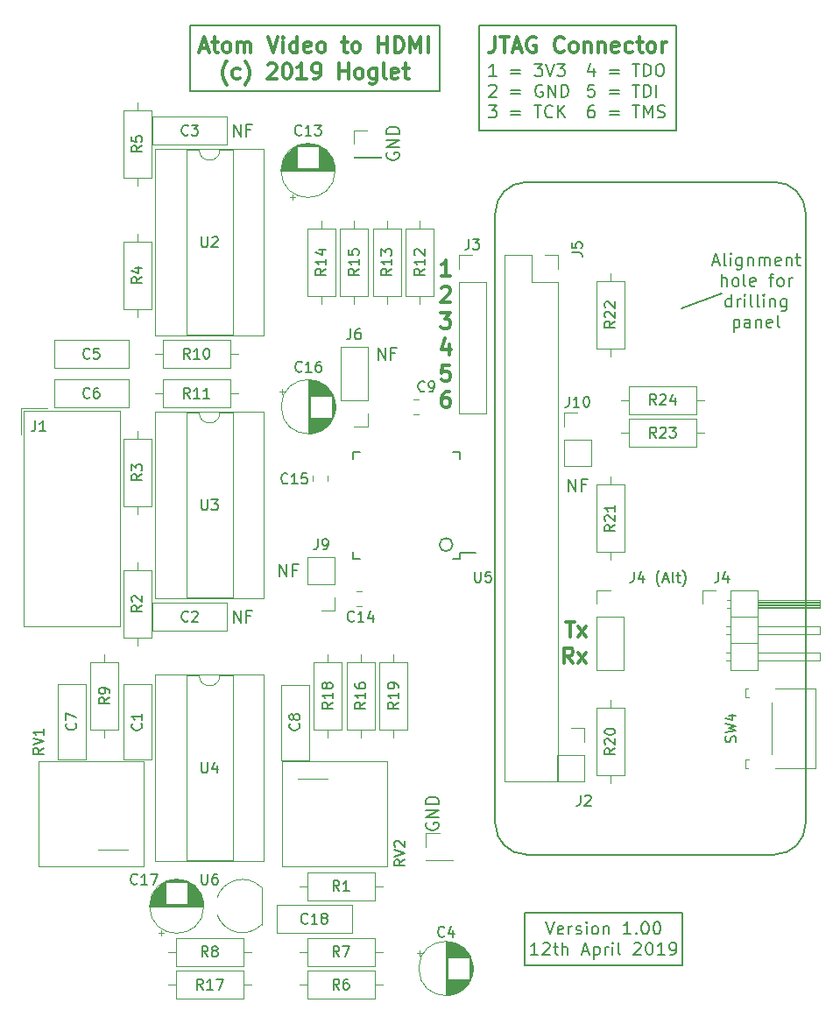
<source format=gto>
G04 #@! TF.GenerationSoftware,KiCad,Pcbnew,5.0.2-bee76a0~70~ubuntu16.04.1*
G04 #@! TF.CreationDate,2019-04-13T12:29:28+01:00*
G04 #@! TF.ProjectId,rgb-to-hdmi,7267622d-746f-42d6-9864-6d692e6b6963,rev?*
G04 #@! TF.SameCoordinates,PX8712db8PY8b83550*
G04 #@! TF.FileFunction,Legend,Top*
G04 #@! TF.FilePolarity,Positive*
%FSLAX46Y46*%
G04 Gerber Fmt 4.6, Leading zero omitted, Abs format (unit mm)*
G04 Created by KiCad (PCBNEW 5.0.2-bee76a0~70~ubuntu16.04.1) date Sat 13 Apr 2019 12:29:28 BST*
%MOMM*%
%LPD*%
G01*
G04 APERTURE LIST*
%ADD10C,0.200000*%
%ADD11C,0.150000*%
%ADD12C,0.300000*%
%ADD13C,0.120000*%
G04 APERTURE END LIST*
D10*
X63978000Y68820000D02*
X67915000Y70217000D01*
X67045571Y73271000D02*
X67617000Y73271000D01*
X66931285Y72928143D02*
X67331285Y74128143D01*
X67731285Y72928143D01*
X68302714Y72928143D02*
X68188428Y72985286D01*
X68131285Y73099572D01*
X68131285Y74128143D01*
X68759857Y72928143D02*
X68759857Y73728143D01*
X68759857Y74128143D02*
X68702714Y74071000D01*
X68759857Y74013858D01*
X68817000Y74071000D01*
X68759857Y74128143D01*
X68759857Y74013858D01*
X69845571Y73728143D02*
X69845571Y72756715D01*
X69788428Y72642429D01*
X69731285Y72585286D01*
X69617000Y72528143D01*
X69445571Y72528143D01*
X69331285Y72585286D01*
X69845571Y72985286D02*
X69731285Y72928143D01*
X69502714Y72928143D01*
X69388428Y72985286D01*
X69331285Y73042429D01*
X69274142Y73156715D01*
X69274142Y73499572D01*
X69331285Y73613858D01*
X69388428Y73671000D01*
X69502714Y73728143D01*
X69731285Y73728143D01*
X69845571Y73671000D01*
X70417000Y73728143D02*
X70417000Y72928143D01*
X70417000Y73613858D02*
X70474142Y73671000D01*
X70588428Y73728143D01*
X70759857Y73728143D01*
X70874142Y73671000D01*
X70931285Y73556715D01*
X70931285Y72928143D01*
X71502714Y72928143D02*
X71502714Y73728143D01*
X71502714Y73613858D02*
X71559857Y73671000D01*
X71674142Y73728143D01*
X71845571Y73728143D01*
X71959857Y73671000D01*
X72017000Y73556715D01*
X72017000Y72928143D01*
X72017000Y73556715D02*
X72074142Y73671000D01*
X72188428Y73728143D01*
X72359857Y73728143D01*
X72474142Y73671000D01*
X72531285Y73556715D01*
X72531285Y72928143D01*
X73559857Y72985286D02*
X73445571Y72928143D01*
X73217000Y72928143D01*
X73102714Y72985286D01*
X73045571Y73099572D01*
X73045571Y73556715D01*
X73102714Y73671000D01*
X73217000Y73728143D01*
X73445571Y73728143D01*
X73559857Y73671000D01*
X73617000Y73556715D01*
X73617000Y73442429D01*
X73045571Y73328143D01*
X74131285Y73728143D02*
X74131285Y72928143D01*
X74131285Y73613858D02*
X74188428Y73671000D01*
X74302714Y73728143D01*
X74474142Y73728143D01*
X74588428Y73671000D01*
X74645571Y73556715D01*
X74645571Y72928143D01*
X75045571Y73728143D02*
X75502714Y73728143D01*
X75217000Y74128143D02*
X75217000Y73099572D01*
X75274142Y72985286D01*
X75388428Y72928143D01*
X75502714Y72928143D01*
X67874142Y70928143D02*
X67874142Y72128143D01*
X68388428Y70928143D02*
X68388428Y71556715D01*
X68331285Y71671000D01*
X68217000Y71728143D01*
X68045571Y71728143D01*
X67931285Y71671000D01*
X67874142Y71613858D01*
X69131285Y70928143D02*
X69017000Y70985286D01*
X68959857Y71042429D01*
X68902714Y71156715D01*
X68902714Y71499572D01*
X68959857Y71613858D01*
X69017000Y71671000D01*
X69131285Y71728143D01*
X69302714Y71728143D01*
X69417000Y71671000D01*
X69474142Y71613858D01*
X69531285Y71499572D01*
X69531285Y71156715D01*
X69474142Y71042429D01*
X69417000Y70985286D01*
X69302714Y70928143D01*
X69131285Y70928143D01*
X70217000Y70928143D02*
X70102714Y70985286D01*
X70045571Y71099572D01*
X70045571Y72128143D01*
X71131285Y70985286D02*
X71017000Y70928143D01*
X70788428Y70928143D01*
X70674142Y70985286D01*
X70617000Y71099572D01*
X70617000Y71556715D01*
X70674142Y71671000D01*
X70788428Y71728143D01*
X71017000Y71728143D01*
X71131285Y71671000D01*
X71188428Y71556715D01*
X71188428Y71442429D01*
X70617000Y71328143D01*
X72445571Y71728143D02*
X72902714Y71728143D01*
X72617000Y70928143D02*
X72617000Y71956715D01*
X72674142Y72071000D01*
X72788428Y72128143D01*
X72902714Y72128143D01*
X73474142Y70928143D02*
X73359857Y70985286D01*
X73302714Y71042429D01*
X73245571Y71156715D01*
X73245571Y71499572D01*
X73302714Y71613858D01*
X73359857Y71671000D01*
X73474142Y71728143D01*
X73645571Y71728143D01*
X73759857Y71671000D01*
X73817000Y71613858D01*
X73874142Y71499572D01*
X73874142Y71156715D01*
X73817000Y71042429D01*
X73759857Y70985286D01*
X73645571Y70928143D01*
X73474142Y70928143D01*
X74388428Y70928143D02*
X74388428Y71728143D01*
X74388428Y71499572D02*
X74445571Y71613858D01*
X74502714Y71671000D01*
X74617000Y71728143D01*
X74731285Y71728143D01*
X68817000Y68928143D02*
X68817000Y70128143D01*
X68817000Y68985286D02*
X68702714Y68928143D01*
X68474142Y68928143D01*
X68359857Y68985286D01*
X68302714Y69042429D01*
X68245571Y69156715D01*
X68245571Y69499572D01*
X68302714Y69613858D01*
X68359857Y69671000D01*
X68474142Y69728143D01*
X68702714Y69728143D01*
X68817000Y69671000D01*
X69388428Y68928143D02*
X69388428Y69728143D01*
X69388428Y69499572D02*
X69445571Y69613858D01*
X69502714Y69671000D01*
X69617000Y69728143D01*
X69731285Y69728143D01*
X70131285Y68928143D02*
X70131285Y69728143D01*
X70131285Y70128143D02*
X70074142Y70071000D01*
X70131285Y70013858D01*
X70188428Y70071000D01*
X70131285Y70128143D01*
X70131285Y70013858D01*
X70874142Y68928143D02*
X70759857Y68985286D01*
X70702714Y69099572D01*
X70702714Y70128143D01*
X71502714Y68928143D02*
X71388428Y68985286D01*
X71331285Y69099572D01*
X71331285Y70128143D01*
X71959857Y68928143D02*
X71959857Y69728143D01*
X71959857Y70128143D02*
X71902714Y70071000D01*
X71959857Y70013858D01*
X72017000Y70071000D01*
X71959857Y70128143D01*
X71959857Y70013858D01*
X72531285Y69728143D02*
X72531285Y68928143D01*
X72531285Y69613858D02*
X72588428Y69671000D01*
X72702714Y69728143D01*
X72874142Y69728143D01*
X72988428Y69671000D01*
X73045571Y69556715D01*
X73045571Y68928143D01*
X74131285Y69728143D02*
X74131285Y68756715D01*
X74074142Y68642429D01*
X74017000Y68585286D01*
X73902714Y68528143D01*
X73731285Y68528143D01*
X73617000Y68585286D01*
X74131285Y68985286D02*
X74017000Y68928143D01*
X73788428Y68928143D01*
X73674142Y68985286D01*
X73617000Y69042429D01*
X73559857Y69156715D01*
X73559857Y69499572D01*
X73617000Y69613858D01*
X73674142Y69671000D01*
X73788428Y69728143D01*
X74017000Y69728143D01*
X74131285Y69671000D01*
X69045571Y67728143D02*
X69045571Y66528143D01*
X69045571Y67671000D02*
X69159857Y67728143D01*
X69388428Y67728143D01*
X69502714Y67671000D01*
X69559857Y67613858D01*
X69617000Y67499572D01*
X69617000Y67156715D01*
X69559857Y67042429D01*
X69502714Y66985286D01*
X69388428Y66928143D01*
X69159857Y66928143D01*
X69045571Y66985286D01*
X70645571Y66928143D02*
X70645571Y67556715D01*
X70588428Y67671000D01*
X70474142Y67728143D01*
X70245571Y67728143D01*
X70131285Y67671000D01*
X70645571Y66985286D02*
X70531285Y66928143D01*
X70245571Y66928143D01*
X70131285Y66985286D01*
X70074142Y67099572D01*
X70074142Y67213858D01*
X70131285Y67328143D01*
X70245571Y67385286D01*
X70531285Y67385286D01*
X70645571Y67442429D01*
X71217000Y67728143D02*
X71217000Y66928143D01*
X71217000Y67613858D02*
X71274142Y67671000D01*
X71388428Y67728143D01*
X71559857Y67728143D01*
X71674142Y67671000D01*
X71731285Y67556715D01*
X71731285Y66928143D01*
X72759857Y66985286D02*
X72645571Y66928143D01*
X72417000Y66928143D01*
X72302714Y66985286D01*
X72245571Y67099572D01*
X72245571Y67556715D01*
X72302714Y67671000D01*
X72417000Y67728143D01*
X72645571Y67728143D01*
X72759857Y67671000D01*
X72817000Y67556715D01*
X72817000Y67442429D01*
X72245571Y67328143D01*
X73502714Y66928143D02*
X73388428Y66985286D01*
X73331285Y67099572D01*
X73331285Y68128143D01*
D11*
X59404404Y43332620D02*
X59404404Y42618334D01*
X59356785Y42475477D01*
X59261547Y42380239D01*
X59118690Y42332620D01*
X59023452Y42332620D01*
X60309166Y42999286D02*
X60309166Y42332620D01*
X60071071Y43380239D02*
X59832976Y42665953D01*
X60452023Y42665953D01*
X61880595Y41951667D02*
X61832976Y41999286D01*
X61737738Y42142143D01*
X61690119Y42237381D01*
X61642500Y42380239D01*
X61594880Y42618334D01*
X61594880Y42808810D01*
X61642500Y43046905D01*
X61690119Y43189762D01*
X61737738Y43285000D01*
X61832976Y43427858D01*
X61880595Y43475477D01*
X62213928Y42618334D02*
X62690119Y42618334D01*
X62118690Y42332620D02*
X62452023Y43332620D01*
X62785357Y42332620D01*
X63261547Y42332620D02*
X63166309Y42380239D01*
X63118690Y42475477D01*
X63118690Y43332620D01*
X63499642Y42999286D02*
X63880595Y42999286D01*
X63642499Y43332620D02*
X63642499Y42475477D01*
X63690119Y42380239D01*
X63785357Y42332620D01*
X63880595Y42332620D01*
X64118690Y41951667D02*
X64166309Y41999286D01*
X64261547Y42142143D01*
X64309166Y42237381D01*
X64356785Y42380239D01*
X64404404Y42618334D01*
X64404404Y42808810D01*
X64356785Y43046905D01*
X64309166Y43189762D01*
X64261547Y43285000D01*
X64166309Y43427858D01*
X64118690Y43475477D01*
D10*
X48865000Y5320000D02*
X48865000Y10400000D01*
X64105000Y5320000D02*
X48865000Y5320000D01*
X64105000Y10400000D02*
X64105000Y5320000D01*
X48865000Y10400000D02*
X64105000Y10400000D01*
X50885000Y9517143D02*
X51285000Y8317143D01*
X51685000Y9517143D01*
X52542142Y8374286D02*
X52427857Y8317143D01*
X52199285Y8317143D01*
X52085000Y8374286D01*
X52027857Y8488572D01*
X52027857Y8945715D01*
X52085000Y9060000D01*
X52199285Y9117143D01*
X52427857Y9117143D01*
X52542142Y9060000D01*
X52599285Y8945715D01*
X52599285Y8831429D01*
X52027857Y8717143D01*
X53113571Y8317143D02*
X53113571Y9117143D01*
X53113571Y8888572D02*
X53170714Y9002858D01*
X53227857Y9060000D01*
X53342142Y9117143D01*
X53456428Y9117143D01*
X53799285Y8374286D02*
X53913571Y8317143D01*
X54142142Y8317143D01*
X54256428Y8374286D01*
X54313571Y8488572D01*
X54313571Y8545715D01*
X54256428Y8660000D01*
X54142142Y8717143D01*
X53970714Y8717143D01*
X53856428Y8774286D01*
X53799285Y8888572D01*
X53799285Y8945715D01*
X53856428Y9060000D01*
X53970714Y9117143D01*
X54142142Y9117143D01*
X54256428Y9060000D01*
X54827857Y8317143D02*
X54827857Y9117143D01*
X54827857Y9517143D02*
X54770714Y9460000D01*
X54827857Y9402858D01*
X54885000Y9460000D01*
X54827857Y9517143D01*
X54827857Y9402858D01*
X55570714Y8317143D02*
X55456428Y8374286D01*
X55399285Y8431429D01*
X55342142Y8545715D01*
X55342142Y8888572D01*
X55399285Y9002858D01*
X55456428Y9060000D01*
X55570714Y9117143D01*
X55742142Y9117143D01*
X55856428Y9060000D01*
X55913571Y9002858D01*
X55970714Y8888572D01*
X55970714Y8545715D01*
X55913571Y8431429D01*
X55856428Y8374286D01*
X55742142Y8317143D01*
X55570714Y8317143D01*
X56485000Y9117143D02*
X56485000Y8317143D01*
X56485000Y9002858D02*
X56542142Y9060000D01*
X56656428Y9117143D01*
X56827857Y9117143D01*
X56942142Y9060000D01*
X56999285Y8945715D01*
X56999285Y8317143D01*
X59113571Y8317143D02*
X58427857Y8317143D01*
X58770714Y8317143D02*
X58770714Y9517143D01*
X58656428Y9345715D01*
X58542142Y9231429D01*
X58427857Y9174286D01*
X59627857Y8431429D02*
X59685000Y8374286D01*
X59627857Y8317143D01*
X59570714Y8374286D01*
X59627857Y8431429D01*
X59627857Y8317143D01*
X60427857Y9517143D02*
X60542142Y9517143D01*
X60656428Y9460000D01*
X60713571Y9402858D01*
X60770714Y9288572D01*
X60827857Y9060000D01*
X60827857Y8774286D01*
X60770714Y8545715D01*
X60713571Y8431429D01*
X60656428Y8374286D01*
X60542142Y8317143D01*
X60427857Y8317143D01*
X60313571Y8374286D01*
X60256428Y8431429D01*
X60199285Y8545715D01*
X60142142Y8774286D01*
X60142142Y9060000D01*
X60199285Y9288572D01*
X60256428Y9402858D01*
X60313571Y9460000D01*
X60427857Y9517143D01*
X61570714Y9517143D02*
X61685000Y9517143D01*
X61799285Y9460000D01*
X61856428Y9402858D01*
X61913571Y9288572D01*
X61970714Y9060000D01*
X61970714Y8774286D01*
X61913571Y8545715D01*
X61856428Y8431429D01*
X61799285Y8374286D01*
X61685000Y8317143D01*
X61570714Y8317143D01*
X61456428Y8374286D01*
X61399285Y8431429D01*
X61342142Y8545715D01*
X61285000Y8774286D01*
X61285000Y9060000D01*
X61342142Y9288572D01*
X61399285Y9402858D01*
X61456428Y9460000D01*
X61570714Y9517143D01*
X50142142Y6317143D02*
X49456428Y6317143D01*
X49799285Y6317143D02*
X49799285Y7517143D01*
X49685000Y7345715D01*
X49570714Y7231429D01*
X49456428Y7174286D01*
X50599285Y7402858D02*
X50656428Y7460000D01*
X50770714Y7517143D01*
X51056428Y7517143D01*
X51170714Y7460000D01*
X51227857Y7402858D01*
X51285000Y7288572D01*
X51285000Y7174286D01*
X51227857Y7002858D01*
X50542142Y6317143D01*
X51285000Y6317143D01*
X51627857Y7117143D02*
X52085000Y7117143D01*
X51799285Y7517143D02*
X51799285Y6488572D01*
X51856428Y6374286D01*
X51970714Y6317143D01*
X52085000Y6317143D01*
X52485000Y6317143D02*
X52485000Y7517143D01*
X52999285Y6317143D02*
X52999285Y6945715D01*
X52942142Y7060000D01*
X52827857Y7117143D01*
X52656428Y7117143D01*
X52542142Y7060000D01*
X52485000Y7002858D01*
X54427857Y6660000D02*
X54999285Y6660000D01*
X54313571Y6317143D02*
X54713571Y7517143D01*
X55113571Y6317143D01*
X55513571Y7117143D02*
X55513571Y5917143D01*
X55513571Y7060000D02*
X55627857Y7117143D01*
X55856428Y7117143D01*
X55970714Y7060000D01*
X56027857Y7002858D01*
X56085000Y6888572D01*
X56085000Y6545715D01*
X56027857Y6431429D01*
X55970714Y6374286D01*
X55856428Y6317143D01*
X55627857Y6317143D01*
X55513571Y6374286D01*
X56599285Y6317143D02*
X56599285Y7117143D01*
X56599285Y6888572D02*
X56656428Y7002858D01*
X56713571Y7060000D01*
X56827857Y7117143D01*
X56942142Y7117143D01*
X57342142Y6317143D02*
X57342142Y7117143D01*
X57342142Y7517143D02*
X57285000Y7460000D01*
X57342142Y7402858D01*
X57399285Y7460000D01*
X57342142Y7517143D01*
X57342142Y7402858D01*
X58085000Y6317143D02*
X57970714Y6374286D01*
X57913571Y6488572D01*
X57913571Y7517143D01*
X59399285Y7402858D02*
X59456428Y7460000D01*
X59570714Y7517143D01*
X59856428Y7517143D01*
X59970714Y7460000D01*
X60027857Y7402858D01*
X60085000Y7288572D01*
X60085000Y7174286D01*
X60027857Y7002858D01*
X59342142Y6317143D01*
X60085000Y6317143D01*
X60827857Y7517143D02*
X60942142Y7517143D01*
X61056428Y7460000D01*
X61113571Y7402858D01*
X61170714Y7288572D01*
X61227857Y7060000D01*
X61227857Y6774286D01*
X61170714Y6545715D01*
X61113571Y6431429D01*
X61056428Y6374286D01*
X60942142Y6317143D01*
X60827857Y6317143D01*
X60713571Y6374286D01*
X60656428Y6431429D01*
X60599285Y6545715D01*
X60542142Y6774286D01*
X60542142Y7060000D01*
X60599285Y7288572D01*
X60656428Y7402858D01*
X60713571Y7460000D01*
X60827857Y7517143D01*
X62370714Y6317143D02*
X61685000Y6317143D01*
X62027857Y6317143D02*
X62027857Y7517143D01*
X61913571Y7345715D01*
X61799285Y7231429D01*
X61685000Y7174286D01*
X62942142Y6317143D02*
X63170714Y6317143D01*
X63285000Y6374286D01*
X63342142Y6431429D01*
X63456428Y6602858D01*
X63513571Y6831429D01*
X63513571Y7288572D01*
X63456428Y7402858D01*
X63399285Y7460000D01*
X63285000Y7517143D01*
X63056428Y7517143D01*
X62942142Y7460000D01*
X62885000Y7402858D01*
X62827857Y7288572D01*
X62827857Y7002858D01*
X62885000Y6888572D01*
X62942142Y6831429D01*
X63056428Y6774286D01*
X63285000Y6774286D01*
X63399285Y6831429D01*
X63456428Y6888572D01*
X63513571Y7002858D01*
X20705714Y85422143D02*
X20705714Y86622143D01*
X21391428Y85422143D01*
X21391428Y86622143D01*
X22362857Y86050715D02*
X21962857Y86050715D01*
X21962857Y85422143D02*
X21962857Y86622143D01*
X22534285Y86622143D01*
X35565000Y83834286D02*
X35507857Y83720000D01*
X35507857Y83548572D01*
X35565000Y83377143D01*
X35679285Y83262858D01*
X35793571Y83205715D01*
X36022142Y83148572D01*
X36193571Y83148572D01*
X36422142Y83205715D01*
X36536428Y83262858D01*
X36650714Y83377143D01*
X36707857Y83548572D01*
X36707857Y83662858D01*
X36650714Y83834286D01*
X36593571Y83891429D01*
X36193571Y83891429D01*
X36193571Y83662858D01*
X36707857Y84405715D02*
X35507857Y84405715D01*
X36707857Y85091429D01*
X35507857Y85091429D01*
X36707857Y85662858D02*
X35507857Y85662858D01*
X35507857Y85948572D01*
X35565000Y86120000D01*
X35679285Y86234286D01*
X35793571Y86291429D01*
X36022142Y86348572D01*
X36193571Y86348572D01*
X36422142Y86291429D01*
X36536428Y86234286D01*
X36650714Y86120000D01*
X36707857Y85948572D01*
X36707857Y85662858D01*
X39375000Y19064286D02*
X39317857Y18950000D01*
X39317857Y18778572D01*
X39375000Y18607143D01*
X39489285Y18492858D01*
X39603571Y18435715D01*
X39832142Y18378572D01*
X40003571Y18378572D01*
X40232142Y18435715D01*
X40346428Y18492858D01*
X40460714Y18607143D01*
X40517857Y18778572D01*
X40517857Y18892858D01*
X40460714Y19064286D01*
X40403571Y19121429D01*
X40003571Y19121429D01*
X40003571Y18892858D01*
X40517857Y19635715D02*
X39317857Y19635715D01*
X40517857Y20321429D01*
X39317857Y20321429D01*
X40517857Y20892858D02*
X39317857Y20892858D01*
X39317857Y21178572D01*
X39375000Y21350000D01*
X39489285Y21464286D01*
X39603571Y21521429D01*
X39832142Y21578572D01*
X40003571Y21578572D01*
X40232142Y21521429D01*
X40346428Y21464286D01*
X40460714Y21350000D01*
X40517857Y21178572D01*
X40517857Y20892858D01*
X25150714Y42877143D02*
X25150714Y44077143D01*
X25836428Y42877143D01*
X25836428Y44077143D01*
X26807857Y43505715D02*
X26407857Y43505715D01*
X26407857Y42877143D02*
X26407857Y44077143D01*
X26979285Y44077143D01*
X20705714Y38432143D02*
X20705714Y39632143D01*
X21391428Y38432143D01*
X21391428Y39632143D01*
X22362857Y39060715D02*
X21962857Y39060715D01*
X21962857Y38432143D02*
X21962857Y39632143D01*
X22534285Y39632143D01*
X53090714Y51132143D02*
X53090714Y52332143D01*
X53776428Y51132143D01*
X53776428Y52332143D01*
X54747857Y51760715D02*
X54347857Y51760715D01*
X54347857Y51132143D02*
X54347857Y52332143D01*
X54919285Y52332143D01*
X34675714Y63832143D02*
X34675714Y65032143D01*
X35361428Y63832143D01*
X35361428Y65032143D01*
X36332857Y64460715D02*
X35932857Y64460715D01*
X35932857Y63832143D02*
X35932857Y65032143D01*
X36504285Y65032143D01*
X63470000Y96125000D02*
X44420000Y96125000D01*
X63470000Y85965000D02*
X63470000Y96125000D01*
X44420000Y85965000D02*
X63470000Y85965000D01*
X44420000Y96125000D02*
X44420000Y85965000D01*
X16480000Y89775000D02*
X16480000Y96125000D01*
X40610000Y89775000D02*
X16480000Y89775000D01*
X40610000Y96125000D02*
X40610000Y89775000D01*
X16480000Y96125000D02*
X40610000Y96125000D01*
X55510000Y92032143D02*
X55510000Y91232143D01*
X55224285Y92489286D02*
X54938571Y91632143D01*
X55681428Y91632143D01*
X57052857Y91860715D02*
X57967142Y91860715D01*
X57967142Y91517858D02*
X57052857Y91517858D01*
X59281428Y92432143D02*
X59967142Y92432143D01*
X59624285Y91232143D02*
X59624285Y92432143D01*
X60367142Y91232143D02*
X60367142Y92432143D01*
X60652857Y92432143D01*
X60824285Y92375000D01*
X60938571Y92260715D01*
X60995714Y92146429D01*
X61052857Y91917858D01*
X61052857Y91746429D01*
X60995714Y91517858D01*
X60938571Y91403572D01*
X60824285Y91289286D01*
X60652857Y91232143D01*
X60367142Y91232143D01*
X61795714Y92432143D02*
X62024285Y92432143D01*
X62138571Y92375000D01*
X62252857Y92260715D01*
X62310000Y92032143D01*
X62310000Y91632143D01*
X62252857Y91403572D01*
X62138571Y91289286D01*
X62024285Y91232143D01*
X61795714Y91232143D01*
X61681428Y91289286D01*
X61567142Y91403572D01*
X61510000Y91632143D01*
X61510000Y92032143D01*
X61567142Y92260715D01*
X61681428Y92375000D01*
X61795714Y92432143D01*
X55567142Y90432143D02*
X54995714Y90432143D01*
X54938571Y89860715D01*
X54995714Y89917858D01*
X55110000Y89975000D01*
X55395714Y89975000D01*
X55510000Y89917858D01*
X55567142Y89860715D01*
X55624285Y89746429D01*
X55624285Y89460715D01*
X55567142Y89346429D01*
X55510000Y89289286D01*
X55395714Y89232143D01*
X55110000Y89232143D01*
X54995714Y89289286D01*
X54938571Y89346429D01*
X57052857Y89860715D02*
X57967142Y89860715D01*
X57967142Y89517858D02*
X57052857Y89517858D01*
X59281428Y90432143D02*
X59967142Y90432143D01*
X59624285Y89232143D02*
X59624285Y90432143D01*
X60367142Y89232143D02*
X60367142Y90432143D01*
X60652857Y90432143D01*
X60824285Y90375000D01*
X60938571Y90260715D01*
X60995714Y90146429D01*
X61052857Y89917858D01*
X61052857Y89746429D01*
X60995714Y89517858D01*
X60938571Y89403572D01*
X60824285Y89289286D01*
X60652857Y89232143D01*
X60367142Y89232143D01*
X61567142Y89232143D02*
X61567142Y90432143D01*
X55510000Y88432143D02*
X55281428Y88432143D01*
X55167142Y88375000D01*
X55110000Y88317858D01*
X54995714Y88146429D01*
X54938571Y87917858D01*
X54938571Y87460715D01*
X54995714Y87346429D01*
X55052857Y87289286D01*
X55167142Y87232143D01*
X55395714Y87232143D01*
X55510000Y87289286D01*
X55567142Y87346429D01*
X55624285Y87460715D01*
X55624285Y87746429D01*
X55567142Y87860715D01*
X55510000Y87917858D01*
X55395714Y87975000D01*
X55167142Y87975000D01*
X55052857Y87917858D01*
X54995714Y87860715D01*
X54938571Y87746429D01*
X57052857Y87860715D02*
X57967142Y87860715D01*
X57967142Y87517858D02*
X57052857Y87517858D01*
X59281428Y88432143D02*
X59967142Y88432143D01*
X59624285Y87232143D02*
X59624285Y88432143D01*
X60367142Y87232143D02*
X60367142Y88432143D01*
X60767142Y87575000D01*
X61167142Y88432143D01*
X61167142Y87232143D01*
X61681428Y87289286D02*
X61852857Y87232143D01*
X62138571Y87232143D01*
X62252857Y87289286D01*
X62310000Y87346429D01*
X62367142Y87460715D01*
X62367142Y87575000D01*
X62310000Y87689286D01*
X62252857Y87746429D01*
X62138571Y87803572D01*
X61910000Y87860715D01*
X61795714Y87917858D01*
X61738571Y87975000D01*
X61681428Y88089286D01*
X61681428Y88203572D01*
X61738571Y88317858D01*
X61795714Y88375000D01*
X61910000Y88432143D01*
X62195714Y88432143D01*
X62367142Y88375000D01*
X46099285Y91232143D02*
X45413571Y91232143D01*
X45756428Y91232143D02*
X45756428Y92432143D01*
X45642142Y92260715D01*
X45527857Y92146429D01*
X45413571Y92089286D01*
X47527857Y91860715D02*
X48442142Y91860715D01*
X48442142Y91517858D02*
X47527857Y91517858D01*
X49813571Y92432143D02*
X50556428Y92432143D01*
X50156428Y91975000D01*
X50327857Y91975000D01*
X50442142Y91917858D01*
X50499285Y91860715D01*
X50556428Y91746429D01*
X50556428Y91460715D01*
X50499285Y91346429D01*
X50442142Y91289286D01*
X50327857Y91232143D01*
X49985000Y91232143D01*
X49870714Y91289286D01*
X49813571Y91346429D01*
X50899285Y92432143D02*
X51299285Y91232143D01*
X51699285Y92432143D01*
X51985000Y92432143D02*
X52727857Y92432143D01*
X52327857Y91975000D01*
X52499285Y91975000D01*
X52613571Y91917858D01*
X52670714Y91860715D01*
X52727857Y91746429D01*
X52727857Y91460715D01*
X52670714Y91346429D01*
X52613571Y91289286D01*
X52499285Y91232143D01*
X52156428Y91232143D01*
X52042142Y91289286D01*
X51985000Y91346429D01*
X45413571Y90317858D02*
X45470714Y90375000D01*
X45585000Y90432143D01*
X45870714Y90432143D01*
X45985000Y90375000D01*
X46042142Y90317858D01*
X46099285Y90203572D01*
X46099285Y90089286D01*
X46042142Y89917858D01*
X45356428Y89232143D01*
X46099285Y89232143D01*
X47527857Y89860715D02*
X48442142Y89860715D01*
X48442142Y89517858D02*
X47527857Y89517858D01*
X50556428Y90375000D02*
X50442142Y90432143D01*
X50270714Y90432143D01*
X50099285Y90375000D01*
X49985000Y90260715D01*
X49927857Y90146429D01*
X49870714Y89917858D01*
X49870714Y89746429D01*
X49927857Y89517858D01*
X49985000Y89403572D01*
X50099285Y89289286D01*
X50270714Y89232143D01*
X50385000Y89232143D01*
X50556428Y89289286D01*
X50613571Y89346429D01*
X50613571Y89746429D01*
X50385000Y89746429D01*
X51127857Y89232143D02*
X51127857Y90432143D01*
X51813571Y89232143D01*
X51813571Y90432143D01*
X52385000Y89232143D02*
X52385000Y90432143D01*
X52670714Y90432143D01*
X52842142Y90375000D01*
X52956428Y90260715D01*
X53013571Y90146429D01*
X53070714Y89917858D01*
X53070714Y89746429D01*
X53013571Y89517858D01*
X52956428Y89403572D01*
X52842142Y89289286D01*
X52670714Y89232143D01*
X52385000Y89232143D01*
X45356428Y88432143D02*
X46099285Y88432143D01*
X45699285Y87975000D01*
X45870714Y87975000D01*
X45985000Y87917858D01*
X46042142Y87860715D01*
X46099285Y87746429D01*
X46099285Y87460715D01*
X46042142Y87346429D01*
X45985000Y87289286D01*
X45870714Y87232143D01*
X45527857Y87232143D01*
X45413571Y87289286D01*
X45356428Y87346429D01*
X47527857Y87860715D02*
X48442142Y87860715D01*
X48442142Y87517858D02*
X47527857Y87517858D01*
X49756428Y88432143D02*
X50442142Y88432143D01*
X50099285Y87232143D02*
X50099285Y88432143D01*
X51527857Y87346429D02*
X51470714Y87289286D01*
X51299285Y87232143D01*
X51185000Y87232143D01*
X51013571Y87289286D01*
X50899285Y87403572D01*
X50842142Y87517858D01*
X50785000Y87746429D01*
X50785000Y87917858D01*
X50842142Y88146429D01*
X50899285Y88260715D01*
X51013571Y88375000D01*
X51185000Y88432143D01*
X51299285Y88432143D01*
X51470714Y88375000D01*
X51527857Y88317858D01*
X52042142Y87232143D02*
X52042142Y88432143D01*
X52727857Y87232143D02*
X52213571Y87917858D01*
X52727857Y88432143D02*
X52042142Y87746429D01*
D12*
X17509285Y93975000D02*
X18223571Y93975000D01*
X17366428Y93546429D02*
X17866428Y95046429D01*
X18366428Y93546429D01*
X18652142Y94546429D02*
X19223571Y94546429D01*
X18866428Y95046429D02*
X18866428Y93760715D01*
X18937857Y93617858D01*
X19080714Y93546429D01*
X19223571Y93546429D01*
X19937857Y93546429D02*
X19795000Y93617858D01*
X19723571Y93689286D01*
X19652142Y93832143D01*
X19652142Y94260715D01*
X19723571Y94403572D01*
X19795000Y94475000D01*
X19937857Y94546429D01*
X20152142Y94546429D01*
X20295000Y94475000D01*
X20366428Y94403572D01*
X20437857Y94260715D01*
X20437857Y93832143D01*
X20366428Y93689286D01*
X20295000Y93617858D01*
X20152142Y93546429D01*
X19937857Y93546429D01*
X21080714Y93546429D02*
X21080714Y94546429D01*
X21080714Y94403572D02*
X21152142Y94475000D01*
X21295000Y94546429D01*
X21509285Y94546429D01*
X21652142Y94475000D01*
X21723571Y94332143D01*
X21723571Y93546429D01*
X21723571Y94332143D02*
X21795000Y94475000D01*
X21937857Y94546429D01*
X22152142Y94546429D01*
X22295000Y94475000D01*
X22366428Y94332143D01*
X22366428Y93546429D01*
X24009285Y95046429D02*
X24509285Y93546429D01*
X25009285Y95046429D01*
X25509285Y93546429D02*
X25509285Y94546429D01*
X25509285Y95046429D02*
X25437857Y94975000D01*
X25509285Y94903572D01*
X25580714Y94975000D01*
X25509285Y95046429D01*
X25509285Y94903572D01*
X26866428Y93546429D02*
X26866428Y95046429D01*
X26866428Y93617858D02*
X26723571Y93546429D01*
X26437857Y93546429D01*
X26295000Y93617858D01*
X26223571Y93689286D01*
X26152142Y93832143D01*
X26152142Y94260715D01*
X26223571Y94403572D01*
X26295000Y94475000D01*
X26437857Y94546429D01*
X26723571Y94546429D01*
X26866428Y94475000D01*
X28152142Y93617858D02*
X28009285Y93546429D01*
X27723571Y93546429D01*
X27580714Y93617858D01*
X27509285Y93760715D01*
X27509285Y94332143D01*
X27580714Y94475000D01*
X27723571Y94546429D01*
X28009285Y94546429D01*
X28152142Y94475000D01*
X28223571Y94332143D01*
X28223571Y94189286D01*
X27509285Y94046429D01*
X29080714Y93546429D02*
X28937857Y93617858D01*
X28866428Y93689286D01*
X28795000Y93832143D01*
X28795000Y94260715D01*
X28866428Y94403572D01*
X28937857Y94475000D01*
X29080714Y94546429D01*
X29295000Y94546429D01*
X29437857Y94475000D01*
X29509285Y94403572D01*
X29580714Y94260715D01*
X29580714Y93832143D01*
X29509285Y93689286D01*
X29437857Y93617858D01*
X29295000Y93546429D01*
X29080714Y93546429D01*
X31152142Y94546429D02*
X31723571Y94546429D01*
X31366428Y95046429D02*
X31366428Y93760715D01*
X31437857Y93617858D01*
X31580714Y93546429D01*
X31723571Y93546429D01*
X32437857Y93546429D02*
X32295000Y93617858D01*
X32223571Y93689286D01*
X32152142Y93832143D01*
X32152142Y94260715D01*
X32223571Y94403572D01*
X32295000Y94475000D01*
X32437857Y94546429D01*
X32652142Y94546429D01*
X32795000Y94475000D01*
X32866428Y94403572D01*
X32937857Y94260715D01*
X32937857Y93832143D01*
X32866428Y93689286D01*
X32795000Y93617858D01*
X32652142Y93546429D01*
X32437857Y93546429D01*
X34723571Y93546429D02*
X34723571Y95046429D01*
X34723571Y94332143D02*
X35580714Y94332143D01*
X35580714Y93546429D02*
X35580714Y95046429D01*
X36295000Y93546429D02*
X36295000Y95046429D01*
X36652142Y95046429D01*
X36866428Y94975000D01*
X37009285Y94832143D01*
X37080714Y94689286D01*
X37152142Y94403572D01*
X37152142Y94189286D01*
X37080714Y93903572D01*
X37009285Y93760715D01*
X36866428Y93617858D01*
X36652142Y93546429D01*
X36295000Y93546429D01*
X37795000Y93546429D02*
X37795000Y95046429D01*
X38295000Y93975000D01*
X38795000Y95046429D01*
X38795000Y93546429D01*
X39509285Y93546429D02*
X39509285Y95046429D01*
X20080714Y90425000D02*
X20009285Y90496429D01*
X19866428Y90710715D01*
X19795000Y90853572D01*
X19723571Y91067858D01*
X19652142Y91425000D01*
X19652142Y91710715D01*
X19723571Y92067858D01*
X19795000Y92282143D01*
X19866428Y92425000D01*
X20009285Y92639286D01*
X20080714Y92710715D01*
X21295000Y91067858D02*
X21152142Y90996429D01*
X20866428Y90996429D01*
X20723571Y91067858D01*
X20652142Y91139286D01*
X20580714Y91282143D01*
X20580714Y91710715D01*
X20652142Y91853572D01*
X20723571Y91925000D01*
X20866428Y91996429D01*
X21152142Y91996429D01*
X21295000Y91925000D01*
X21795000Y90425000D02*
X21866428Y90496429D01*
X22009285Y90710715D01*
X22080714Y90853572D01*
X22152142Y91067858D01*
X22223571Y91425000D01*
X22223571Y91710715D01*
X22152142Y92067858D01*
X22080714Y92282143D01*
X22009285Y92425000D01*
X21866428Y92639286D01*
X21795000Y92710715D01*
X24009285Y92353572D02*
X24080714Y92425000D01*
X24223571Y92496429D01*
X24580714Y92496429D01*
X24723571Y92425000D01*
X24795000Y92353572D01*
X24866428Y92210715D01*
X24866428Y92067858D01*
X24795000Y91853572D01*
X23937857Y90996429D01*
X24866428Y90996429D01*
X25795000Y92496429D02*
X25937857Y92496429D01*
X26080714Y92425000D01*
X26152142Y92353572D01*
X26223571Y92210715D01*
X26295000Y91925000D01*
X26295000Y91567858D01*
X26223571Y91282143D01*
X26152142Y91139286D01*
X26080714Y91067858D01*
X25937857Y90996429D01*
X25795000Y90996429D01*
X25652142Y91067858D01*
X25580714Y91139286D01*
X25509285Y91282143D01*
X25437857Y91567858D01*
X25437857Y91925000D01*
X25509285Y92210715D01*
X25580714Y92353572D01*
X25652142Y92425000D01*
X25795000Y92496429D01*
X27723571Y90996429D02*
X26866428Y90996429D01*
X27295000Y90996429D02*
X27295000Y92496429D01*
X27152142Y92282143D01*
X27009285Y92139286D01*
X26866428Y92067858D01*
X28437857Y90996429D02*
X28723571Y90996429D01*
X28866428Y91067858D01*
X28937857Y91139286D01*
X29080714Y91353572D01*
X29152142Y91639286D01*
X29152142Y92210715D01*
X29080714Y92353572D01*
X29009285Y92425000D01*
X28866428Y92496429D01*
X28580714Y92496429D01*
X28437857Y92425000D01*
X28366428Y92353572D01*
X28295000Y92210715D01*
X28295000Y91853572D01*
X28366428Y91710715D01*
X28437857Y91639286D01*
X28580714Y91567858D01*
X28866428Y91567858D01*
X29009285Y91639286D01*
X29080714Y91710715D01*
X29152142Y91853572D01*
X30937857Y90996429D02*
X30937857Y92496429D01*
X30937857Y91782143D02*
X31795000Y91782143D01*
X31795000Y90996429D02*
X31795000Y92496429D01*
X32723571Y90996429D02*
X32580714Y91067858D01*
X32509285Y91139286D01*
X32437857Y91282143D01*
X32437857Y91710715D01*
X32509285Y91853572D01*
X32580714Y91925000D01*
X32723571Y91996429D01*
X32937857Y91996429D01*
X33080714Y91925000D01*
X33152142Y91853572D01*
X33223571Y91710715D01*
X33223571Y91282143D01*
X33152142Y91139286D01*
X33080714Y91067858D01*
X32937857Y90996429D01*
X32723571Y90996429D01*
X34509285Y91996429D02*
X34509285Y90782143D01*
X34437857Y90639286D01*
X34366428Y90567858D01*
X34223571Y90496429D01*
X34009285Y90496429D01*
X33866428Y90567858D01*
X34509285Y91067858D02*
X34366428Y90996429D01*
X34080714Y90996429D01*
X33937857Y91067858D01*
X33866428Y91139286D01*
X33795000Y91282143D01*
X33795000Y91710715D01*
X33866428Y91853572D01*
X33937857Y91925000D01*
X34080714Y91996429D01*
X34366428Y91996429D01*
X34509285Y91925000D01*
X35437857Y90996429D02*
X35295000Y91067858D01*
X35223571Y91210715D01*
X35223571Y92496429D01*
X36580714Y91067858D02*
X36437857Y90996429D01*
X36152142Y90996429D01*
X36009285Y91067858D01*
X35937857Y91210715D01*
X35937857Y91782143D01*
X36009285Y91925000D01*
X36152142Y91996429D01*
X36437857Y91996429D01*
X36580714Y91925000D01*
X36652142Y91782143D01*
X36652142Y91639286D01*
X35937857Y91496429D01*
X37080714Y91996429D02*
X37652142Y91996429D01*
X37295000Y92496429D02*
X37295000Y91210715D01*
X37366428Y91067858D01*
X37509285Y90996429D01*
X37652142Y90996429D01*
X45980714Y95041429D02*
X45980714Y93970000D01*
X45909285Y93755715D01*
X45766428Y93612858D01*
X45552142Y93541429D01*
X45409285Y93541429D01*
X46480714Y95041429D02*
X47337857Y95041429D01*
X46909285Y93541429D02*
X46909285Y95041429D01*
X47766428Y93970000D02*
X48480714Y93970000D01*
X47623571Y93541429D02*
X48123571Y95041429D01*
X48623571Y93541429D01*
X49909285Y94970000D02*
X49766428Y95041429D01*
X49552142Y95041429D01*
X49337857Y94970000D01*
X49195000Y94827143D01*
X49123571Y94684286D01*
X49052142Y94398572D01*
X49052142Y94184286D01*
X49123571Y93898572D01*
X49195000Y93755715D01*
X49337857Y93612858D01*
X49552142Y93541429D01*
X49695000Y93541429D01*
X49909285Y93612858D01*
X49980714Y93684286D01*
X49980714Y94184286D01*
X49695000Y94184286D01*
X52623571Y93684286D02*
X52552142Y93612858D01*
X52337857Y93541429D01*
X52195000Y93541429D01*
X51980714Y93612858D01*
X51837857Y93755715D01*
X51766428Y93898572D01*
X51695000Y94184286D01*
X51695000Y94398572D01*
X51766428Y94684286D01*
X51837857Y94827143D01*
X51980714Y94970000D01*
X52195000Y95041429D01*
X52337857Y95041429D01*
X52552142Y94970000D01*
X52623571Y94898572D01*
X53480714Y93541429D02*
X53337857Y93612858D01*
X53266428Y93684286D01*
X53195000Y93827143D01*
X53195000Y94255715D01*
X53266428Y94398572D01*
X53337857Y94470000D01*
X53480714Y94541429D01*
X53695000Y94541429D01*
X53837857Y94470000D01*
X53909285Y94398572D01*
X53980714Y94255715D01*
X53980714Y93827143D01*
X53909285Y93684286D01*
X53837857Y93612858D01*
X53695000Y93541429D01*
X53480714Y93541429D01*
X54623571Y94541429D02*
X54623571Y93541429D01*
X54623571Y94398572D02*
X54695000Y94470000D01*
X54837857Y94541429D01*
X55052142Y94541429D01*
X55195000Y94470000D01*
X55266428Y94327143D01*
X55266428Y93541429D01*
X55980714Y94541429D02*
X55980714Y93541429D01*
X55980714Y94398572D02*
X56052142Y94470000D01*
X56195000Y94541429D01*
X56409285Y94541429D01*
X56552142Y94470000D01*
X56623571Y94327143D01*
X56623571Y93541429D01*
X57909285Y93612858D02*
X57766428Y93541429D01*
X57480714Y93541429D01*
X57337857Y93612858D01*
X57266428Y93755715D01*
X57266428Y94327143D01*
X57337857Y94470000D01*
X57480714Y94541429D01*
X57766428Y94541429D01*
X57909285Y94470000D01*
X57980714Y94327143D01*
X57980714Y94184286D01*
X57266428Y94041429D01*
X59266428Y93612858D02*
X59123571Y93541429D01*
X58837857Y93541429D01*
X58695000Y93612858D01*
X58623571Y93684286D01*
X58552142Y93827143D01*
X58552142Y94255715D01*
X58623571Y94398572D01*
X58695000Y94470000D01*
X58837857Y94541429D01*
X59123571Y94541429D01*
X59266428Y94470000D01*
X59695000Y94541429D02*
X60266428Y94541429D01*
X59909285Y95041429D02*
X59909285Y93755715D01*
X59980714Y93612858D01*
X60123571Y93541429D01*
X60266428Y93541429D01*
X60980714Y93541429D02*
X60837857Y93612858D01*
X60766428Y93684286D01*
X60695000Y93827143D01*
X60695000Y94255715D01*
X60766428Y94398572D01*
X60837857Y94470000D01*
X60980714Y94541429D01*
X61195000Y94541429D01*
X61337857Y94470000D01*
X61409285Y94398572D01*
X61480714Y94255715D01*
X61480714Y93827143D01*
X61409285Y93684286D01*
X61337857Y93612858D01*
X61195000Y93541429D01*
X60980714Y93541429D01*
X62123571Y93541429D02*
X62123571Y94541429D01*
X62123571Y94255715D02*
X62195000Y94398572D01*
X62266428Y94470000D01*
X62409285Y94541429D01*
X62552142Y94541429D01*
X41530714Y60751429D02*
X41245000Y60751429D01*
X41102142Y60680000D01*
X41030714Y60608572D01*
X40887857Y60394286D01*
X40816428Y60108572D01*
X40816428Y59537143D01*
X40887857Y59394286D01*
X40959285Y59322858D01*
X41102142Y59251429D01*
X41387857Y59251429D01*
X41530714Y59322858D01*
X41602142Y59394286D01*
X41673571Y59537143D01*
X41673571Y59894286D01*
X41602142Y60037143D01*
X41530714Y60108572D01*
X41387857Y60180000D01*
X41102142Y60180000D01*
X40959285Y60108572D01*
X40887857Y60037143D01*
X40816428Y59894286D01*
X41602142Y63291429D02*
X40887857Y63291429D01*
X40816428Y62577143D01*
X40887857Y62648572D01*
X41030714Y62720000D01*
X41387857Y62720000D01*
X41530714Y62648572D01*
X41602142Y62577143D01*
X41673571Y62434286D01*
X41673571Y62077143D01*
X41602142Y61934286D01*
X41530714Y61862858D01*
X41387857Y61791429D01*
X41030714Y61791429D01*
X40887857Y61862858D01*
X40816428Y61934286D01*
X41530714Y65331429D02*
X41530714Y64331429D01*
X41173571Y65902858D02*
X40816428Y64831429D01*
X41745000Y64831429D01*
X40745000Y68371429D02*
X41673571Y68371429D01*
X41173571Y67800000D01*
X41387857Y67800000D01*
X41530714Y67728572D01*
X41602142Y67657143D01*
X41673571Y67514286D01*
X41673571Y67157143D01*
X41602142Y67014286D01*
X41530714Y66942858D01*
X41387857Y66871429D01*
X40959285Y66871429D01*
X40816428Y66942858D01*
X40745000Y67014286D01*
X40816428Y70768572D02*
X40887857Y70840000D01*
X41030714Y70911429D01*
X41387857Y70911429D01*
X41530714Y70840000D01*
X41602142Y70768572D01*
X41673571Y70625715D01*
X41673571Y70482858D01*
X41602142Y70268572D01*
X40745000Y69411429D01*
X41673571Y69411429D01*
X41673571Y71951429D02*
X40816428Y71951429D01*
X41245000Y71951429D02*
X41245000Y73451429D01*
X41102142Y73237143D01*
X40959285Y73094286D01*
X40816428Y73022858D01*
D10*
X41880000Y45960000D02*
G75*
G03X41880000Y45960000I-635000J0D01*
G01*
D12*
X53520000Y34486429D02*
X53020000Y35200715D01*
X52662857Y34486429D02*
X52662857Y35986429D01*
X53234285Y35986429D01*
X53377142Y35915000D01*
X53448571Y35843572D01*
X53520000Y35700715D01*
X53520000Y35486429D01*
X53448571Y35343572D01*
X53377142Y35272143D01*
X53234285Y35200715D01*
X52662857Y35200715D01*
X54020000Y34486429D02*
X54805714Y35486429D01*
X54020000Y35486429D02*
X54805714Y34486429D01*
X52805714Y38526429D02*
X53662857Y38526429D01*
X53234285Y37026429D02*
X53234285Y38526429D01*
X54020000Y37026429D02*
X54805714Y38026429D01*
X54020000Y38026429D02*
X54805714Y37026429D01*
D10*
X76002200Y19008400D02*
G75*
G02X73002200Y16008400I-3000000J0D01*
G01*
X49002200Y16008400D02*
G75*
G02X46002200Y19008400I0J3000000D01*
G01*
X73002200Y81008400D02*
G75*
G02X76002200Y78008400I0J-3000000D01*
G01*
X46002200Y78008400D02*
G75*
G02X49002200Y81008400I3000000J0D01*
G01*
X76002200Y78008400D02*
X76002200Y19008400D01*
X46002200Y78008400D02*
X46002200Y19008400D01*
X49002200Y16008400D02*
X73002200Y16008400D01*
X49002200Y81008400D02*
X73002200Y81008400D01*
D13*
G04 #@! TO.C,C18*
X24885000Y11135000D02*
X32125000Y11135000D01*
X24885000Y8395000D02*
X32125000Y8395000D01*
X24885000Y11135000D02*
X24885000Y8395000D01*
X32125000Y11135000D02*
X32125000Y8395000D01*
G04 #@! TO.C,R24*
X58930000Y61300000D02*
X58930000Y58560000D01*
X58930000Y58560000D02*
X65470000Y58560000D01*
X65470000Y58560000D02*
X65470000Y61300000D01*
X65470000Y61300000D02*
X58930000Y61300000D01*
X58160000Y59930000D02*
X58930000Y59930000D01*
X66240000Y59930000D02*
X65470000Y59930000D01*
G04 #@! TO.C,J11*
X55790000Y33835000D02*
X58450000Y33835000D01*
X55790000Y38975000D02*
X55790000Y33835000D01*
X58450000Y38975000D02*
X58450000Y33835000D01*
X55790000Y38975000D02*
X58450000Y38975000D01*
X55790000Y40245000D02*
X55790000Y41575000D01*
X55790000Y41575000D02*
X57120000Y41575000D01*
G04 #@! TO.C,RV2*
X25370000Y14845000D02*
X25370000Y25005000D01*
X35530000Y14845000D02*
X35530000Y25005000D01*
X29800000Y23345000D02*
X26890000Y23345000D01*
X35530000Y25005000D02*
X25370000Y25005000D01*
X35530000Y14845000D02*
X25370000Y14845000D01*
G04 #@! TO.C,RV1*
X12035000Y25005000D02*
X12035000Y14845000D01*
X1875000Y25005000D02*
X1875000Y14845000D01*
X7605000Y16505000D02*
X10515000Y16505000D01*
X1875000Y14845000D02*
X12035000Y14845000D01*
X1875000Y25005000D02*
X12035000Y25005000D01*
G04 #@! TO.C,R14*
X29180000Y69225000D02*
X29180000Y69995000D01*
X29180000Y77305000D02*
X29180000Y76535000D01*
X30550000Y69995000D02*
X30550000Y76535000D01*
X27810000Y69995000D02*
X30550000Y69995000D01*
X27810000Y76535000D02*
X27810000Y69995000D01*
X30550000Y76535000D02*
X27810000Y76535000D01*
G04 #@! TO.C,SW4*
X70445000Y32086000D02*
X70145000Y32086000D01*
X70145000Y31196000D02*
X70495000Y31196000D01*
X70145000Y31196000D02*
X70145000Y32086000D01*
X72695000Y30706000D02*
X72695000Y25726000D01*
X76935000Y32086000D02*
X73085000Y32086000D01*
X76935000Y24346000D02*
X76935000Y32086000D01*
X73085000Y24346000D02*
X76935000Y24346000D01*
X70445000Y24346000D02*
X70145000Y24346000D01*
X70145000Y24346000D02*
X70145000Y25236000D01*
X70145000Y25236000D02*
X70495000Y25236000D01*
G04 #@! TO.C,J10*
X52615000Y58720000D02*
X53945000Y58720000D01*
X52615000Y57390000D02*
X52615000Y58720000D01*
X52615000Y56120000D02*
X55275000Y56120000D01*
X55275000Y56120000D02*
X55275000Y53520000D01*
X52615000Y56120000D02*
X52615000Y53520000D01*
X52615000Y53520000D02*
X55275000Y53520000D01*
G04 #@! TO.C,J9*
X30510000Y39550000D02*
X29180000Y39550000D01*
X30510000Y40880000D02*
X30510000Y39550000D01*
X30510000Y42150000D02*
X27850000Y42150000D01*
X27850000Y42150000D02*
X27850000Y44750000D01*
X30510000Y42150000D02*
X30510000Y44750000D01*
X30510000Y44750000D02*
X27850000Y44750000D01*
G04 #@! TO.C,J7*
X39280000Y18080000D02*
X40610000Y18080000D01*
X39280000Y16750000D02*
X39280000Y18080000D01*
X39280000Y15480000D02*
X41940000Y15480000D01*
X41940000Y15480000D02*
X41940000Y15420000D01*
X39280000Y15480000D02*
X39280000Y15420000D01*
X39280000Y15420000D02*
X41940000Y15420000D01*
G04 #@! TO.C,J8*
X32295000Y86025000D02*
X33625000Y86025000D01*
X32295000Y84695000D02*
X32295000Y86025000D01*
X32295000Y83425000D02*
X34955000Y83425000D01*
X34955000Y83425000D02*
X34955000Y83365000D01*
X32295000Y83425000D02*
X32295000Y83365000D01*
X32295000Y83365000D02*
X34955000Y83365000D01*
G04 #@! TO.C,J6*
X33685000Y57330000D02*
X32355000Y57330000D01*
X33685000Y58660000D02*
X33685000Y57330000D01*
X33685000Y59930000D02*
X31025000Y59930000D01*
X31025000Y59930000D02*
X31025000Y65070000D01*
X33685000Y59930000D02*
X33685000Y65070000D01*
X33685000Y65070000D02*
X31025000Y65070000D01*
G04 #@! TO.C,J4*
X66010000Y41515000D02*
X67280000Y41515000D01*
X66010000Y40245000D02*
X66010000Y41515000D01*
X68322929Y34785000D02*
X68720000Y34785000D01*
X68322929Y35545000D02*
X68720000Y35545000D01*
X77380000Y34785000D02*
X71380000Y34785000D01*
X77380000Y35545000D02*
X77380000Y34785000D01*
X71380000Y35545000D02*
X77380000Y35545000D01*
X68720000Y36435000D02*
X71380000Y36435000D01*
X68322929Y37325000D02*
X68720000Y37325000D01*
X68322929Y38085000D02*
X68720000Y38085000D01*
X77380000Y37325000D02*
X71380000Y37325000D01*
X77380000Y38085000D02*
X77380000Y37325000D01*
X71380000Y38085000D02*
X77380000Y38085000D01*
X68720000Y38975000D02*
X71380000Y38975000D01*
X68390000Y39865000D02*
X68720000Y39865000D01*
X68390000Y40625000D02*
X68720000Y40625000D01*
X71380000Y39965000D02*
X77380000Y39965000D01*
X71380000Y40085000D02*
X77380000Y40085000D01*
X71380000Y40205000D02*
X77380000Y40205000D01*
X71380000Y40325000D02*
X77380000Y40325000D01*
X71380000Y40445000D02*
X77380000Y40445000D01*
X71380000Y40565000D02*
X77380000Y40565000D01*
X77380000Y39865000D02*
X71380000Y39865000D01*
X77380000Y40625000D02*
X77380000Y39865000D01*
X71380000Y40625000D02*
X77380000Y40625000D01*
X71380000Y41575000D02*
X68720000Y41575000D01*
X71380000Y33835000D02*
X71380000Y41575000D01*
X68720000Y33835000D02*
X71380000Y33835000D01*
X68720000Y41575000D02*
X68720000Y33835000D01*
G04 #@! TO.C,R23*
X66240000Y56755000D02*
X65470000Y56755000D01*
X58160000Y56755000D02*
X58930000Y56755000D01*
X65470000Y58125000D02*
X58930000Y58125000D01*
X65470000Y55385000D02*
X65470000Y58125000D01*
X58930000Y55385000D02*
X65470000Y55385000D01*
X58930000Y58125000D02*
X58930000Y55385000D01*
G04 #@! TO.C,J2*
X53310000Y28240000D02*
X54640000Y28240000D01*
X54640000Y28240000D02*
X54640000Y26910000D01*
X54640000Y25640000D02*
X54640000Y23040000D01*
X51980000Y23040000D02*
X54640000Y23040000D01*
X51980000Y25640000D02*
X51980000Y23040000D01*
X51980000Y25640000D02*
X54640000Y25640000D01*
G04 #@! TO.C,R19*
X36165000Y35395000D02*
X36165000Y34625000D01*
X36165000Y27315000D02*
X36165000Y28085000D01*
X34795000Y34625000D02*
X34795000Y28085000D01*
X37535000Y34625000D02*
X34795000Y34625000D01*
X37535000Y28085000D02*
X37535000Y34625000D01*
X34795000Y28085000D02*
X37535000Y28085000D01*
G04 #@! TO.C,J1*
X125000Y59180000D02*
X2665000Y59180000D01*
X125000Y59180000D02*
X125000Y56640000D01*
X375000Y58930000D02*
X9725000Y58930000D01*
X375000Y38070000D02*
X375000Y58930000D01*
X9725000Y38070000D02*
X375000Y38070000D01*
X9725000Y58930000D02*
X9725000Y38070000D01*
G04 #@! TO.C,R10*
X21155000Y64375000D02*
X20385000Y64375000D01*
X13075000Y64375000D02*
X13845000Y64375000D01*
X20385000Y65745000D02*
X13845000Y65745000D01*
X20385000Y63005000D02*
X20385000Y65745000D01*
X13845000Y63005000D02*
X20385000Y63005000D01*
X13845000Y65745000D02*
X13845000Y63005000D01*
G04 #@! TO.C,C3*
X20060000Y87335000D02*
X20060000Y84595000D01*
X12820000Y87335000D02*
X12820000Y84595000D01*
X12820000Y84595000D02*
X20060000Y84595000D01*
X12820000Y87335000D02*
X20060000Y87335000D01*
G04 #@! TO.C,R5*
X11400000Y88735000D02*
X11400000Y87965000D01*
X11400000Y80655000D02*
X11400000Y81425000D01*
X10030000Y87965000D02*
X10030000Y81425000D01*
X12770000Y87965000D02*
X10030000Y87965000D01*
X12770000Y81425000D02*
X12770000Y87965000D01*
X10030000Y81425000D02*
X12770000Y81425000D01*
D11*
G04 #@! TO.C,U5*
X42610000Y45195000D02*
X44085000Y45195000D01*
X32260000Y44595000D02*
X32930000Y44595000D01*
X32260000Y54945000D02*
X32930000Y54945000D01*
X42610000Y54945000D02*
X41940000Y54945000D01*
X42610000Y44595000D02*
X41940000Y44595000D01*
X42610000Y54945000D02*
X42610000Y54275000D01*
X32260000Y54945000D02*
X32260000Y54275000D01*
X32260000Y44595000D02*
X32260000Y45265000D01*
X42610000Y44595000D02*
X42610000Y45195000D01*
D13*
G04 #@! TO.C,C15*
X29763000Y52121248D02*
X29763000Y52643752D01*
X28343000Y52121248D02*
X28343000Y52643752D01*
G04 #@! TO.C,C14*
X33133252Y41463000D02*
X32610748Y41463000D01*
X33133252Y40043000D02*
X32610748Y40043000D01*
G04 #@! TO.C,C9*
X38576252Y60005000D02*
X38053748Y60005000D01*
X38576252Y58585000D02*
X38053748Y58585000D01*
G04 #@! TO.C,C17*
X13485000Y8460225D02*
X13985000Y8460225D01*
X13735000Y8210225D02*
X13735000Y8710225D01*
X14926000Y13616000D02*
X15494000Y13616000D01*
X14692000Y13576000D02*
X15728000Y13576000D01*
X14533000Y13536000D02*
X15887000Y13536000D01*
X14405000Y13496000D02*
X16015000Y13496000D01*
X14295000Y13456000D02*
X16125000Y13456000D01*
X14199000Y13416000D02*
X16221000Y13416000D01*
X14112000Y13376000D02*
X16308000Y13376000D01*
X14032000Y13336000D02*
X16388000Y13336000D01*
X16250000Y13296000D02*
X16461000Y13296000D01*
X13959000Y13296000D02*
X14170000Y13296000D01*
X16250000Y13256000D02*
X16529000Y13256000D01*
X13891000Y13256000D02*
X14170000Y13256000D01*
X16250000Y13216000D02*
X16593000Y13216000D01*
X13827000Y13216000D02*
X14170000Y13216000D01*
X16250000Y13176000D02*
X16653000Y13176000D01*
X13767000Y13176000D02*
X14170000Y13176000D01*
X16250000Y13136000D02*
X16710000Y13136000D01*
X13710000Y13136000D02*
X14170000Y13136000D01*
X16250000Y13096000D02*
X16764000Y13096000D01*
X13656000Y13096000D02*
X14170000Y13096000D01*
X16250000Y13056000D02*
X16815000Y13056000D01*
X13605000Y13056000D02*
X14170000Y13056000D01*
X16250000Y13016000D02*
X16863000Y13016000D01*
X13557000Y13016000D02*
X14170000Y13016000D01*
X16250000Y12976000D02*
X16909000Y12976000D01*
X13511000Y12976000D02*
X14170000Y12976000D01*
X16250000Y12936000D02*
X16953000Y12936000D01*
X13467000Y12936000D02*
X14170000Y12936000D01*
X16250000Y12896000D02*
X16995000Y12896000D01*
X13425000Y12896000D02*
X14170000Y12896000D01*
X16250000Y12856000D02*
X17036000Y12856000D01*
X13384000Y12856000D02*
X14170000Y12856000D01*
X16250000Y12816000D02*
X17074000Y12816000D01*
X13346000Y12816000D02*
X14170000Y12816000D01*
X16250000Y12776000D02*
X17111000Y12776000D01*
X13309000Y12776000D02*
X14170000Y12776000D01*
X16250000Y12736000D02*
X17147000Y12736000D01*
X13273000Y12736000D02*
X14170000Y12736000D01*
X16250000Y12696000D02*
X17181000Y12696000D01*
X13239000Y12696000D02*
X14170000Y12696000D01*
X16250000Y12656000D02*
X17214000Y12656000D01*
X13206000Y12656000D02*
X14170000Y12656000D01*
X16250000Y12616000D02*
X17245000Y12616000D01*
X13175000Y12616000D02*
X14170000Y12616000D01*
X16250000Y12576000D02*
X17275000Y12576000D01*
X13145000Y12576000D02*
X14170000Y12576000D01*
X16250000Y12536000D02*
X17305000Y12536000D01*
X13115000Y12536000D02*
X14170000Y12536000D01*
X16250000Y12496000D02*
X17332000Y12496000D01*
X13088000Y12496000D02*
X14170000Y12496000D01*
X16250000Y12456000D02*
X17359000Y12456000D01*
X13061000Y12456000D02*
X14170000Y12456000D01*
X16250000Y12416000D02*
X17385000Y12416000D01*
X13035000Y12416000D02*
X14170000Y12416000D01*
X16250000Y12376000D02*
X17410000Y12376000D01*
X13010000Y12376000D02*
X14170000Y12376000D01*
X16250000Y12336000D02*
X17434000Y12336000D01*
X12986000Y12336000D02*
X14170000Y12336000D01*
X16250000Y12296000D02*
X17457000Y12296000D01*
X12963000Y12296000D02*
X14170000Y12296000D01*
X16250000Y12256000D02*
X17478000Y12256000D01*
X12942000Y12256000D02*
X14170000Y12256000D01*
X16250000Y12216000D02*
X17500000Y12216000D01*
X12920000Y12216000D02*
X14170000Y12216000D01*
X16250000Y12176000D02*
X17520000Y12176000D01*
X12900000Y12176000D02*
X14170000Y12176000D01*
X16250000Y12136000D02*
X17539000Y12136000D01*
X12881000Y12136000D02*
X14170000Y12136000D01*
X16250000Y12096000D02*
X17558000Y12096000D01*
X12862000Y12096000D02*
X14170000Y12096000D01*
X16250000Y12056000D02*
X17575000Y12056000D01*
X12845000Y12056000D02*
X14170000Y12056000D01*
X16250000Y12016000D02*
X17592000Y12016000D01*
X12828000Y12016000D02*
X14170000Y12016000D01*
X16250000Y11976000D02*
X17608000Y11976000D01*
X12812000Y11976000D02*
X14170000Y11976000D01*
X16250000Y11936000D02*
X17624000Y11936000D01*
X12796000Y11936000D02*
X14170000Y11936000D01*
X16250000Y11896000D02*
X17638000Y11896000D01*
X12782000Y11896000D02*
X14170000Y11896000D01*
X16250000Y11856000D02*
X17652000Y11856000D01*
X12768000Y11856000D02*
X14170000Y11856000D01*
X16250000Y11816000D02*
X17665000Y11816000D01*
X12755000Y11816000D02*
X14170000Y11816000D01*
X16250000Y11776000D02*
X17678000Y11776000D01*
X12742000Y11776000D02*
X14170000Y11776000D01*
X16250000Y11736000D02*
X17690000Y11736000D01*
X12730000Y11736000D02*
X14170000Y11736000D01*
X16250000Y11695000D02*
X17701000Y11695000D01*
X12719000Y11695000D02*
X14170000Y11695000D01*
X16250000Y11655000D02*
X17711000Y11655000D01*
X12709000Y11655000D02*
X14170000Y11655000D01*
X16250000Y11615000D02*
X17721000Y11615000D01*
X12699000Y11615000D02*
X14170000Y11615000D01*
X16250000Y11575000D02*
X17730000Y11575000D01*
X12690000Y11575000D02*
X14170000Y11575000D01*
X16250000Y11535000D02*
X17738000Y11535000D01*
X12682000Y11535000D02*
X14170000Y11535000D01*
X16250000Y11495000D02*
X17746000Y11495000D01*
X12674000Y11495000D02*
X14170000Y11495000D01*
X16250000Y11455000D02*
X17753000Y11455000D01*
X12667000Y11455000D02*
X14170000Y11455000D01*
X16250000Y11415000D02*
X17760000Y11415000D01*
X12660000Y11415000D02*
X14170000Y11415000D01*
X16250000Y11375000D02*
X17766000Y11375000D01*
X12654000Y11375000D02*
X14170000Y11375000D01*
X16250000Y11335000D02*
X17771000Y11335000D01*
X12649000Y11335000D02*
X14170000Y11335000D01*
X16250000Y11295000D02*
X17775000Y11295000D01*
X12645000Y11295000D02*
X14170000Y11295000D01*
X16250000Y11255000D02*
X17779000Y11255000D01*
X12641000Y11255000D02*
X14170000Y11255000D01*
X12637000Y11215000D02*
X17783000Y11215000D01*
X12634000Y11175000D02*
X17786000Y11175000D01*
X12632000Y11135000D02*
X17788000Y11135000D01*
X12631000Y11095000D02*
X17789000Y11095000D01*
X12630000Y11055000D02*
X17790000Y11055000D01*
X12630000Y11015000D02*
X17790000Y11015000D01*
X17830000Y11015000D02*
G75*
G03X17830000Y11015000I-2620000J0D01*
G01*
G04 #@! TO.C,U6*
X23387684Y12843445D02*
G75*
G03X19110000Y11815000I-1827684J-1808445D01*
G01*
X23401741Y9223125D02*
G75*
G02X19110000Y10215000I-1841741J1811875D01*
G01*
X23410000Y9235000D02*
X23410000Y12835000D01*
G04 #@! TO.C,C16*
X25375225Y61020000D02*
X25375225Y60520000D01*
X25125225Y60770000D02*
X25625225Y60770000D01*
X30531000Y59579000D02*
X30531000Y59011000D01*
X30491000Y59813000D02*
X30491000Y58777000D01*
X30451000Y59972000D02*
X30451000Y58618000D01*
X30411000Y60100000D02*
X30411000Y58490000D01*
X30371000Y60210000D02*
X30371000Y58380000D01*
X30331000Y60306000D02*
X30331000Y58284000D01*
X30291000Y60393000D02*
X30291000Y58197000D01*
X30251000Y60473000D02*
X30251000Y58117000D01*
X30211000Y58255000D02*
X30211000Y58044000D01*
X30211000Y60546000D02*
X30211000Y60335000D01*
X30171000Y58255000D02*
X30171000Y57976000D01*
X30171000Y60614000D02*
X30171000Y60335000D01*
X30131000Y58255000D02*
X30131000Y57912000D01*
X30131000Y60678000D02*
X30131000Y60335000D01*
X30091000Y58255000D02*
X30091000Y57852000D01*
X30091000Y60738000D02*
X30091000Y60335000D01*
X30051000Y58255000D02*
X30051000Y57795000D01*
X30051000Y60795000D02*
X30051000Y60335000D01*
X30011000Y58255000D02*
X30011000Y57741000D01*
X30011000Y60849000D02*
X30011000Y60335000D01*
X29971000Y58255000D02*
X29971000Y57690000D01*
X29971000Y60900000D02*
X29971000Y60335000D01*
X29931000Y58255000D02*
X29931000Y57642000D01*
X29931000Y60948000D02*
X29931000Y60335000D01*
X29891000Y58255000D02*
X29891000Y57596000D01*
X29891000Y60994000D02*
X29891000Y60335000D01*
X29851000Y58255000D02*
X29851000Y57552000D01*
X29851000Y61038000D02*
X29851000Y60335000D01*
X29811000Y58255000D02*
X29811000Y57510000D01*
X29811000Y61080000D02*
X29811000Y60335000D01*
X29771000Y58255000D02*
X29771000Y57469000D01*
X29771000Y61121000D02*
X29771000Y60335000D01*
X29731000Y58255000D02*
X29731000Y57431000D01*
X29731000Y61159000D02*
X29731000Y60335000D01*
X29691000Y58255000D02*
X29691000Y57394000D01*
X29691000Y61196000D02*
X29691000Y60335000D01*
X29651000Y58255000D02*
X29651000Y57358000D01*
X29651000Y61232000D02*
X29651000Y60335000D01*
X29611000Y58255000D02*
X29611000Y57324000D01*
X29611000Y61266000D02*
X29611000Y60335000D01*
X29571000Y58255000D02*
X29571000Y57291000D01*
X29571000Y61299000D02*
X29571000Y60335000D01*
X29531000Y58255000D02*
X29531000Y57260000D01*
X29531000Y61330000D02*
X29531000Y60335000D01*
X29491000Y58255000D02*
X29491000Y57230000D01*
X29491000Y61360000D02*
X29491000Y60335000D01*
X29451000Y58255000D02*
X29451000Y57200000D01*
X29451000Y61390000D02*
X29451000Y60335000D01*
X29411000Y58255000D02*
X29411000Y57173000D01*
X29411000Y61417000D02*
X29411000Y60335000D01*
X29371000Y58255000D02*
X29371000Y57146000D01*
X29371000Y61444000D02*
X29371000Y60335000D01*
X29331000Y58255000D02*
X29331000Y57120000D01*
X29331000Y61470000D02*
X29331000Y60335000D01*
X29291000Y58255000D02*
X29291000Y57095000D01*
X29291000Y61495000D02*
X29291000Y60335000D01*
X29251000Y58255000D02*
X29251000Y57071000D01*
X29251000Y61519000D02*
X29251000Y60335000D01*
X29211000Y58255000D02*
X29211000Y57048000D01*
X29211000Y61542000D02*
X29211000Y60335000D01*
X29171000Y58255000D02*
X29171000Y57027000D01*
X29171000Y61563000D02*
X29171000Y60335000D01*
X29131000Y58255000D02*
X29131000Y57005000D01*
X29131000Y61585000D02*
X29131000Y60335000D01*
X29091000Y58255000D02*
X29091000Y56985000D01*
X29091000Y61605000D02*
X29091000Y60335000D01*
X29051000Y58255000D02*
X29051000Y56966000D01*
X29051000Y61624000D02*
X29051000Y60335000D01*
X29011000Y58255000D02*
X29011000Y56947000D01*
X29011000Y61643000D02*
X29011000Y60335000D01*
X28971000Y58255000D02*
X28971000Y56930000D01*
X28971000Y61660000D02*
X28971000Y60335000D01*
X28931000Y58255000D02*
X28931000Y56913000D01*
X28931000Y61677000D02*
X28931000Y60335000D01*
X28891000Y58255000D02*
X28891000Y56897000D01*
X28891000Y61693000D02*
X28891000Y60335000D01*
X28851000Y58255000D02*
X28851000Y56881000D01*
X28851000Y61709000D02*
X28851000Y60335000D01*
X28811000Y58255000D02*
X28811000Y56867000D01*
X28811000Y61723000D02*
X28811000Y60335000D01*
X28771000Y58255000D02*
X28771000Y56853000D01*
X28771000Y61737000D02*
X28771000Y60335000D01*
X28731000Y58255000D02*
X28731000Y56840000D01*
X28731000Y61750000D02*
X28731000Y60335000D01*
X28691000Y58255000D02*
X28691000Y56827000D01*
X28691000Y61763000D02*
X28691000Y60335000D01*
X28651000Y58255000D02*
X28651000Y56815000D01*
X28651000Y61775000D02*
X28651000Y60335000D01*
X28610000Y58255000D02*
X28610000Y56804000D01*
X28610000Y61786000D02*
X28610000Y60335000D01*
X28570000Y58255000D02*
X28570000Y56794000D01*
X28570000Y61796000D02*
X28570000Y60335000D01*
X28530000Y58255000D02*
X28530000Y56784000D01*
X28530000Y61806000D02*
X28530000Y60335000D01*
X28490000Y58255000D02*
X28490000Y56775000D01*
X28490000Y61815000D02*
X28490000Y60335000D01*
X28450000Y58255000D02*
X28450000Y56767000D01*
X28450000Y61823000D02*
X28450000Y60335000D01*
X28410000Y58255000D02*
X28410000Y56759000D01*
X28410000Y61831000D02*
X28410000Y60335000D01*
X28370000Y58255000D02*
X28370000Y56752000D01*
X28370000Y61838000D02*
X28370000Y60335000D01*
X28330000Y58255000D02*
X28330000Y56745000D01*
X28330000Y61845000D02*
X28330000Y60335000D01*
X28290000Y58255000D02*
X28290000Y56739000D01*
X28290000Y61851000D02*
X28290000Y60335000D01*
X28250000Y58255000D02*
X28250000Y56734000D01*
X28250000Y61856000D02*
X28250000Y60335000D01*
X28210000Y58255000D02*
X28210000Y56730000D01*
X28210000Y61860000D02*
X28210000Y60335000D01*
X28170000Y58255000D02*
X28170000Y56726000D01*
X28170000Y61864000D02*
X28170000Y60335000D01*
X28130000Y61868000D02*
X28130000Y56722000D01*
X28090000Y61871000D02*
X28090000Y56719000D01*
X28050000Y61873000D02*
X28050000Y56717000D01*
X28010000Y61874000D02*
X28010000Y56716000D01*
X27970000Y61875000D02*
X27970000Y56715000D01*
X27930000Y61875000D02*
X27930000Y56715000D01*
X30550000Y59295000D02*
G75*
G03X30550000Y59295000I-2620000J0D01*
G01*
G04 #@! TO.C,C13*
X26185000Y79580225D02*
X26685000Y79580225D01*
X26435000Y79330225D02*
X26435000Y79830225D01*
X27626000Y84736000D02*
X28194000Y84736000D01*
X27392000Y84696000D02*
X28428000Y84696000D01*
X27233000Y84656000D02*
X28587000Y84656000D01*
X27105000Y84616000D02*
X28715000Y84616000D01*
X26995000Y84576000D02*
X28825000Y84576000D01*
X26899000Y84536000D02*
X28921000Y84536000D01*
X26812000Y84496000D02*
X29008000Y84496000D01*
X26732000Y84456000D02*
X29088000Y84456000D01*
X28950000Y84416000D02*
X29161000Y84416000D01*
X26659000Y84416000D02*
X26870000Y84416000D01*
X28950000Y84376000D02*
X29229000Y84376000D01*
X26591000Y84376000D02*
X26870000Y84376000D01*
X28950000Y84336000D02*
X29293000Y84336000D01*
X26527000Y84336000D02*
X26870000Y84336000D01*
X28950000Y84296000D02*
X29353000Y84296000D01*
X26467000Y84296000D02*
X26870000Y84296000D01*
X28950000Y84256000D02*
X29410000Y84256000D01*
X26410000Y84256000D02*
X26870000Y84256000D01*
X28950000Y84216000D02*
X29464000Y84216000D01*
X26356000Y84216000D02*
X26870000Y84216000D01*
X28950000Y84176000D02*
X29515000Y84176000D01*
X26305000Y84176000D02*
X26870000Y84176000D01*
X28950000Y84136000D02*
X29563000Y84136000D01*
X26257000Y84136000D02*
X26870000Y84136000D01*
X28950000Y84096000D02*
X29609000Y84096000D01*
X26211000Y84096000D02*
X26870000Y84096000D01*
X28950000Y84056000D02*
X29653000Y84056000D01*
X26167000Y84056000D02*
X26870000Y84056000D01*
X28950000Y84016000D02*
X29695000Y84016000D01*
X26125000Y84016000D02*
X26870000Y84016000D01*
X28950000Y83976000D02*
X29736000Y83976000D01*
X26084000Y83976000D02*
X26870000Y83976000D01*
X28950000Y83936000D02*
X29774000Y83936000D01*
X26046000Y83936000D02*
X26870000Y83936000D01*
X28950000Y83896000D02*
X29811000Y83896000D01*
X26009000Y83896000D02*
X26870000Y83896000D01*
X28950000Y83856000D02*
X29847000Y83856000D01*
X25973000Y83856000D02*
X26870000Y83856000D01*
X28950000Y83816000D02*
X29881000Y83816000D01*
X25939000Y83816000D02*
X26870000Y83816000D01*
X28950000Y83776000D02*
X29914000Y83776000D01*
X25906000Y83776000D02*
X26870000Y83776000D01*
X28950000Y83736000D02*
X29945000Y83736000D01*
X25875000Y83736000D02*
X26870000Y83736000D01*
X28950000Y83696000D02*
X29975000Y83696000D01*
X25845000Y83696000D02*
X26870000Y83696000D01*
X28950000Y83656000D02*
X30005000Y83656000D01*
X25815000Y83656000D02*
X26870000Y83656000D01*
X28950000Y83616000D02*
X30032000Y83616000D01*
X25788000Y83616000D02*
X26870000Y83616000D01*
X28950000Y83576000D02*
X30059000Y83576000D01*
X25761000Y83576000D02*
X26870000Y83576000D01*
X28950000Y83536000D02*
X30085000Y83536000D01*
X25735000Y83536000D02*
X26870000Y83536000D01*
X28950000Y83496000D02*
X30110000Y83496000D01*
X25710000Y83496000D02*
X26870000Y83496000D01*
X28950000Y83456000D02*
X30134000Y83456000D01*
X25686000Y83456000D02*
X26870000Y83456000D01*
X28950000Y83416000D02*
X30157000Y83416000D01*
X25663000Y83416000D02*
X26870000Y83416000D01*
X28950000Y83376000D02*
X30178000Y83376000D01*
X25642000Y83376000D02*
X26870000Y83376000D01*
X28950000Y83336000D02*
X30200000Y83336000D01*
X25620000Y83336000D02*
X26870000Y83336000D01*
X28950000Y83296000D02*
X30220000Y83296000D01*
X25600000Y83296000D02*
X26870000Y83296000D01*
X28950000Y83256000D02*
X30239000Y83256000D01*
X25581000Y83256000D02*
X26870000Y83256000D01*
X28950000Y83216000D02*
X30258000Y83216000D01*
X25562000Y83216000D02*
X26870000Y83216000D01*
X28950000Y83176000D02*
X30275000Y83176000D01*
X25545000Y83176000D02*
X26870000Y83176000D01*
X28950000Y83136000D02*
X30292000Y83136000D01*
X25528000Y83136000D02*
X26870000Y83136000D01*
X28950000Y83096000D02*
X30308000Y83096000D01*
X25512000Y83096000D02*
X26870000Y83096000D01*
X28950000Y83056000D02*
X30324000Y83056000D01*
X25496000Y83056000D02*
X26870000Y83056000D01*
X28950000Y83016000D02*
X30338000Y83016000D01*
X25482000Y83016000D02*
X26870000Y83016000D01*
X28950000Y82976000D02*
X30352000Y82976000D01*
X25468000Y82976000D02*
X26870000Y82976000D01*
X28950000Y82936000D02*
X30365000Y82936000D01*
X25455000Y82936000D02*
X26870000Y82936000D01*
X28950000Y82896000D02*
X30378000Y82896000D01*
X25442000Y82896000D02*
X26870000Y82896000D01*
X28950000Y82856000D02*
X30390000Y82856000D01*
X25430000Y82856000D02*
X26870000Y82856000D01*
X28950000Y82815000D02*
X30401000Y82815000D01*
X25419000Y82815000D02*
X26870000Y82815000D01*
X28950000Y82775000D02*
X30411000Y82775000D01*
X25409000Y82775000D02*
X26870000Y82775000D01*
X28950000Y82735000D02*
X30421000Y82735000D01*
X25399000Y82735000D02*
X26870000Y82735000D01*
X28950000Y82695000D02*
X30430000Y82695000D01*
X25390000Y82695000D02*
X26870000Y82695000D01*
X28950000Y82655000D02*
X30438000Y82655000D01*
X25382000Y82655000D02*
X26870000Y82655000D01*
X28950000Y82615000D02*
X30446000Y82615000D01*
X25374000Y82615000D02*
X26870000Y82615000D01*
X28950000Y82575000D02*
X30453000Y82575000D01*
X25367000Y82575000D02*
X26870000Y82575000D01*
X28950000Y82535000D02*
X30460000Y82535000D01*
X25360000Y82535000D02*
X26870000Y82535000D01*
X28950000Y82495000D02*
X30466000Y82495000D01*
X25354000Y82495000D02*
X26870000Y82495000D01*
X28950000Y82455000D02*
X30471000Y82455000D01*
X25349000Y82455000D02*
X26870000Y82455000D01*
X28950000Y82415000D02*
X30475000Y82415000D01*
X25345000Y82415000D02*
X26870000Y82415000D01*
X28950000Y82375000D02*
X30479000Y82375000D01*
X25341000Y82375000D02*
X26870000Y82375000D01*
X25337000Y82335000D02*
X30483000Y82335000D01*
X25334000Y82295000D02*
X30486000Y82295000D01*
X25332000Y82255000D02*
X30488000Y82255000D01*
X25331000Y82215000D02*
X30489000Y82215000D01*
X25330000Y82175000D02*
X30490000Y82175000D01*
X25330000Y82135000D02*
X30490000Y82135000D01*
X30530000Y82135000D02*
G75*
G03X30530000Y82135000I-2620000J0D01*
G01*
G04 #@! TO.C,C4*
X38670225Y6727500D02*
X38670225Y6227500D01*
X38420225Y6477500D02*
X38920225Y6477500D01*
X43826000Y5286500D02*
X43826000Y4718500D01*
X43786000Y5520500D02*
X43786000Y4484500D01*
X43746000Y5679500D02*
X43746000Y4325500D01*
X43706000Y5807500D02*
X43706000Y4197500D01*
X43666000Y5917500D02*
X43666000Y4087500D01*
X43626000Y6013500D02*
X43626000Y3991500D01*
X43586000Y6100500D02*
X43586000Y3904500D01*
X43546000Y6180500D02*
X43546000Y3824500D01*
X43506000Y3962500D02*
X43506000Y3751500D01*
X43506000Y6253500D02*
X43506000Y6042500D01*
X43466000Y3962500D02*
X43466000Y3683500D01*
X43466000Y6321500D02*
X43466000Y6042500D01*
X43426000Y3962500D02*
X43426000Y3619500D01*
X43426000Y6385500D02*
X43426000Y6042500D01*
X43386000Y3962500D02*
X43386000Y3559500D01*
X43386000Y6445500D02*
X43386000Y6042500D01*
X43346000Y3962500D02*
X43346000Y3502500D01*
X43346000Y6502500D02*
X43346000Y6042500D01*
X43306000Y3962500D02*
X43306000Y3448500D01*
X43306000Y6556500D02*
X43306000Y6042500D01*
X43266000Y3962500D02*
X43266000Y3397500D01*
X43266000Y6607500D02*
X43266000Y6042500D01*
X43226000Y3962500D02*
X43226000Y3349500D01*
X43226000Y6655500D02*
X43226000Y6042500D01*
X43186000Y3962500D02*
X43186000Y3303500D01*
X43186000Y6701500D02*
X43186000Y6042500D01*
X43146000Y3962500D02*
X43146000Y3259500D01*
X43146000Y6745500D02*
X43146000Y6042500D01*
X43106000Y3962500D02*
X43106000Y3217500D01*
X43106000Y6787500D02*
X43106000Y6042500D01*
X43066000Y3962500D02*
X43066000Y3176500D01*
X43066000Y6828500D02*
X43066000Y6042500D01*
X43026000Y3962500D02*
X43026000Y3138500D01*
X43026000Y6866500D02*
X43026000Y6042500D01*
X42986000Y3962500D02*
X42986000Y3101500D01*
X42986000Y6903500D02*
X42986000Y6042500D01*
X42946000Y3962500D02*
X42946000Y3065500D01*
X42946000Y6939500D02*
X42946000Y6042500D01*
X42906000Y3962500D02*
X42906000Y3031500D01*
X42906000Y6973500D02*
X42906000Y6042500D01*
X42866000Y3962500D02*
X42866000Y2998500D01*
X42866000Y7006500D02*
X42866000Y6042500D01*
X42826000Y3962500D02*
X42826000Y2967500D01*
X42826000Y7037500D02*
X42826000Y6042500D01*
X42786000Y3962500D02*
X42786000Y2937500D01*
X42786000Y7067500D02*
X42786000Y6042500D01*
X42746000Y3962500D02*
X42746000Y2907500D01*
X42746000Y7097500D02*
X42746000Y6042500D01*
X42706000Y3962500D02*
X42706000Y2880500D01*
X42706000Y7124500D02*
X42706000Y6042500D01*
X42666000Y3962500D02*
X42666000Y2853500D01*
X42666000Y7151500D02*
X42666000Y6042500D01*
X42626000Y3962500D02*
X42626000Y2827500D01*
X42626000Y7177500D02*
X42626000Y6042500D01*
X42586000Y3962500D02*
X42586000Y2802500D01*
X42586000Y7202500D02*
X42586000Y6042500D01*
X42546000Y3962500D02*
X42546000Y2778500D01*
X42546000Y7226500D02*
X42546000Y6042500D01*
X42506000Y3962500D02*
X42506000Y2755500D01*
X42506000Y7249500D02*
X42506000Y6042500D01*
X42466000Y3962500D02*
X42466000Y2734500D01*
X42466000Y7270500D02*
X42466000Y6042500D01*
X42426000Y3962500D02*
X42426000Y2712500D01*
X42426000Y7292500D02*
X42426000Y6042500D01*
X42386000Y3962500D02*
X42386000Y2692500D01*
X42386000Y7312500D02*
X42386000Y6042500D01*
X42346000Y3962500D02*
X42346000Y2673500D01*
X42346000Y7331500D02*
X42346000Y6042500D01*
X42306000Y3962500D02*
X42306000Y2654500D01*
X42306000Y7350500D02*
X42306000Y6042500D01*
X42266000Y3962500D02*
X42266000Y2637500D01*
X42266000Y7367500D02*
X42266000Y6042500D01*
X42226000Y3962500D02*
X42226000Y2620500D01*
X42226000Y7384500D02*
X42226000Y6042500D01*
X42186000Y3962500D02*
X42186000Y2604500D01*
X42186000Y7400500D02*
X42186000Y6042500D01*
X42146000Y3962500D02*
X42146000Y2588500D01*
X42146000Y7416500D02*
X42146000Y6042500D01*
X42106000Y3962500D02*
X42106000Y2574500D01*
X42106000Y7430500D02*
X42106000Y6042500D01*
X42066000Y3962500D02*
X42066000Y2560500D01*
X42066000Y7444500D02*
X42066000Y6042500D01*
X42026000Y3962500D02*
X42026000Y2547500D01*
X42026000Y7457500D02*
X42026000Y6042500D01*
X41986000Y3962500D02*
X41986000Y2534500D01*
X41986000Y7470500D02*
X41986000Y6042500D01*
X41946000Y3962500D02*
X41946000Y2522500D01*
X41946000Y7482500D02*
X41946000Y6042500D01*
X41905000Y3962500D02*
X41905000Y2511500D01*
X41905000Y7493500D02*
X41905000Y6042500D01*
X41865000Y3962500D02*
X41865000Y2501500D01*
X41865000Y7503500D02*
X41865000Y6042500D01*
X41825000Y3962500D02*
X41825000Y2491500D01*
X41825000Y7513500D02*
X41825000Y6042500D01*
X41785000Y3962500D02*
X41785000Y2482500D01*
X41785000Y7522500D02*
X41785000Y6042500D01*
X41745000Y3962500D02*
X41745000Y2474500D01*
X41745000Y7530500D02*
X41745000Y6042500D01*
X41705000Y3962500D02*
X41705000Y2466500D01*
X41705000Y7538500D02*
X41705000Y6042500D01*
X41665000Y3962500D02*
X41665000Y2459500D01*
X41665000Y7545500D02*
X41665000Y6042500D01*
X41625000Y3962500D02*
X41625000Y2452500D01*
X41625000Y7552500D02*
X41625000Y6042500D01*
X41585000Y3962500D02*
X41585000Y2446500D01*
X41585000Y7558500D02*
X41585000Y6042500D01*
X41545000Y3962500D02*
X41545000Y2441500D01*
X41545000Y7563500D02*
X41545000Y6042500D01*
X41505000Y3962500D02*
X41505000Y2437500D01*
X41505000Y7567500D02*
X41505000Y6042500D01*
X41465000Y3962500D02*
X41465000Y2433500D01*
X41465000Y7571500D02*
X41465000Y6042500D01*
X41425000Y7575500D02*
X41425000Y2429500D01*
X41385000Y7578500D02*
X41385000Y2426500D01*
X41345000Y7580500D02*
X41345000Y2424500D01*
X41305000Y7581500D02*
X41305000Y2423500D01*
X41265000Y7582500D02*
X41265000Y2422500D01*
X41225000Y7582500D02*
X41225000Y2422500D01*
X43845000Y5002500D02*
G75*
G03X43845000Y5002500I-2620000J0D01*
G01*
G04 #@! TO.C,C1*
X12770000Y25235000D02*
X10030000Y25235000D01*
X12770000Y32475000D02*
X10030000Y32475000D01*
X10030000Y32475000D02*
X10030000Y25235000D01*
X12770000Y32475000D02*
X12770000Y25235000D01*
G04 #@! TO.C,C2*
X20060000Y40345000D02*
X20060000Y37605000D01*
X12820000Y40345000D02*
X12820000Y37605000D01*
X12820000Y37605000D02*
X20060000Y37605000D01*
X12820000Y40345000D02*
X20060000Y40345000D01*
G04 #@! TO.C,C5*
X3375000Y63005000D02*
X3375000Y65745000D01*
X10615000Y63005000D02*
X10615000Y65745000D01*
X10615000Y65745000D02*
X3375000Y65745000D01*
X10615000Y63005000D02*
X3375000Y63005000D01*
G04 #@! TO.C,C6*
X3375000Y59195000D02*
X3375000Y61935000D01*
X10615000Y59195000D02*
X10615000Y61935000D01*
X10615000Y61935000D02*
X3375000Y61935000D01*
X10615000Y59195000D02*
X3375000Y59195000D01*
G04 #@! TO.C,C7*
X3680000Y32475000D02*
X6420000Y32475000D01*
X3680000Y25235000D02*
X6420000Y25235000D01*
X6420000Y25235000D02*
X6420000Y32475000D01*
X3680000Y25235000D02*
X3680000Y32475000D01*
G04 #@! TO.C,C8*
X25270000Y32395000D02*
X28010000Y32395000D01*
X25270000Y25155000D02*
X28010000Y25155000D01*
X28010000Y25155000D02*
X28010000Y32395000D01*
X25270000Y25155000D02*
X25270000Y32395000D01*
G04 #@! TO.C,J3*
X42455000Y73960000D02*
X43785000Y73960000D01*
X42455000Y72630000D02*
X42455000Y73960000D01*
X42455000Y71360000D02*
X45115000Y71360000D01*
X45115000Y71360000D02*
X45115000Y58600000D01*
X42455000Y71360000D02*
X42455000Y58600000D01*
X42455000Y58600000D02*
X45115000Y58600000D01*
G04 #@! TO.C,J5*
X50770000Y73960000D02*
X52100000Y73960000D01*
X52100000Y73960000D02*
X52100000Y72630000D01*
X49500000Y73960000D02*
X49500000Y71360000D01*
X49500000Y71360000D02*
X52100000Y71360000D01*
X52100000Y71360000D02*
X52100000Y23040000D01*
X46900000Y23040000D02*
X52100000Y23040000D01*
X46900000Y73960000D02*
X46900000Y23040000D01*
X46900000Y73960000D02*
X49500000Y73960000D01*
G04 #@! TO.C,U4*
X23635000Y33380000D02*
X13135000Y33380000D01*
X23635000Y15360000D02*
X23635000Y33380000D01*
X13135000Y15360000D02*
X23635000Y15360000D01*
X13135000Y33380000D02*
X13135000Y15360000D01*
X20635000Y33320000D02*
X19385000Y33320000D01*
X20635000Y15420000D02*
X20635000Y33320000D01*
X16135000Y15420000D02*
X20635000Y15420000D01*
X16135000Y33320000D02*
X16135000Y15420000D01*
X17385000Y33320000D02*
X16135000Y33320000D01*
X19385000Y33320000D02*
G75*
G02X17385000Y33320000I-1000000J0D01*
G01*
G04 #@! TO.C,U2*
X23635000Y84180000D02*
X13135000Y84180000D01*
X23635000Y66160000D02*
X23635000Y84180000D01*
X13135000Y66160000D02*
X23635000Y66160000D01*
X13135000Y84180000D02*
X13135000Y66160000D01*
X20635000Y84120000D02*
X19385000Y84120000D01*
X20635000Y66220000D02*
X20635000Y84120000D01*
X16135000Y66220000D02*
X20635000Y66220000D01*
X16135000Y84120000D02*
X16135000Y66220000D01*
X17385000Y84120000D02*
X16135000Y84120000D01*
X19385000Y84120000D02*
G75*
G02X17385000Y84120000I-1000000J0D01*
G01*
G04 #@! TO.C,U3*
X23635000Y58780000D02*
X13135000Y58780000D01*
X23635000Y40760000D02*
X23635000Y58780000D01*
X13135000Y40760000D02*
X23635000Y40760000D01*
X13135000Y58780000D02*
X13135000Y40760000D01*
X20635000Y58720000D02*
X19385000Y58720000D01*
X20635000Y40820000D02*
X20635000Y58720000D01*
X16135000Y40820000D02*
X20635000Y40820000D01*
X16135000Y58720000D02*
X16135000Y40820000D01*
X17385000Y58720000D02*
X16135000Y58720000D01*
X19385000Y58720000D02*
G75*
G02X17385000Y58720000I-1000000J0D01*
G01*
G04 #@! TO.C,R9*
X8225000Y35395000D02*
X8225000Y34625000D01*
X8225000Y27315000D02*
X8225000Y28085000D01*
X6855000Y34625000D02*
X6855000Y28085000D01*
X9595000Y34625000D02*
X6855000Y34625000D01*
X9595000Y28085000D02*
X9595000Y34625000D01*
X6855000Y28085000D02*
X9595000Y28085000D01*
G04 #@! TO.C,R8*
X14345000Y6590000D02*
X15115000Y6590000D01*
X22425000Y6590000D02*
X21655000Y6590000D01*
X15115000Y5220000D02*
X21655000Y5220000D01*
X15115000Y7960000D02*
X15115000Y5220000D01*
X21655000Y7960000D02*
X15115000Y7960000D01*
X21655000Y5220000D02*
X21655000Y7960000D01*
G04 #@! TO.C,R7*
X27045000Y6590000D02*
X27815000Y6590000D01*
X35125000Y6590000D02*
X34355000Y6590000D01*
X27815000Y5220000D02*
X34355000Y5220000D01*
X27815000Y7960000D02*
X27815000Y5220000D01*
X34355000Y7960000D02*
X27815000Y7960000D01*
X34355000Y5220000D02*
X34355000Y7960000D01*
G04 #@! TO.C,R6*
X35125000Y3415000D02*
X34355000Y3415000D01*
X27045000Y3415000D02*
X27815000Y3415000D01*
X34355000Y4785000D02*
X27815000Y4785000D01*
X34355000Y2045000D02*
X34355000Y4785000D01*
X27815000Y2045000D02*
X34355000Y2045000D01*
X27815000Y4785000D02*
X27815000Y2045000D01*
G04 #@! TO.C,R1*
X35125000Y12940000D02*
X34355000Y12940000D01*
X27045000Y12940000D02*
X27815000Y12940000D01*
X34355000Y14310000D02*
X27815000Y14310000D01*
X34355000Y11570000D02*
X34355000Y14310000D01*
X27815000Y11570000D02*
X34355000Y11570000D01*
X27815000Y14310000D02*
X27815000Y11570000D01*
G04 #@! TO.C,R11*
X21155000Y60565000D02*
X20385000Y60565000D01*
X13075000Y60565000D02*
X13845000Y60565000D01*
X20385000Y61935000D02*
X13845000Y61935000D01*
X20385000Y59195000D02*
X20385000Y61935000D01*
X13845000Y59195000D02*
X20385000Y59195000D01*
X13845000Y61935000D02*
X13845000Y59195000D01*
G04 #@! TO.C,R3*
X11400000Y56985000D02*
X11400000Y56215000D01*
X11400000Y48905000D02*
X11400000Y49675000D01*
X10030000Y56215000D02*
X10030000Y49675000D01*
X12770000Y56215000D02*
X10030000Y56215000D01*
X12770000Y49675000D02*
X12770000Y56215000D01*
X10030000Y49675000D02*
X12770000Y49675000D01*
G04 #@! TO.C,R4*
X11400000Y76035000D02*
X11400000Y75265000D01*
X11400000Y67955000D02*
X11400000Y68725000D01*
X10030000Y75265000D02*
X10030000Y68725000D01*
X12770000Y75265000D02*
X10030000Y75265000D01*
X12770000Y68725000D02*
X12770000Y75265000D01*
X10030000Y68725000D02*
X12770000Y68725000D01*
G04 #@! TO.C,R2*
X11400000Y44285000D02*
X11400000Y43515000D01*
X11400000Y36205000D02*
X11400000Y36975000D01*
X10030000Y43515000D02*
X10030000Y36975000D01*
X12770000Y43515000D02*
X10030000Y43515000D01*
X12770000Y36975000D02*
X12770000Y43515000D01*
X10030000Y36975000D02*
X12770000Y36975000D01*
G04 #@! TO.C,R12*
X38705000Y69225000D02*
X38705000Y69995000D01*
X38705000Y77305000D02*
X38705000Y76535000D01*
X40075000Y69995000D02*
X40075000Y76535000D01*
X37335000Y69995000D02*
X40075000Y69995000D01*
X37335000Y76535000D02*
X37335000Y69995000D01*
X40075000Y76535000D02*
X37335000Y76535000D01*
G04 #@! TO.C,R16*
X32990000Y35395000D02*
X32990000Y34625000D01*
X32990000Y27315000D02*
X32990000Y28085000D01*
X31620000Y34625000D02*
X31620000Y28085000D01*
X34360000Y34625000D02*
X31620000Y34625000D01*
X34360000Y28085000D02*
X34360000Y34625000D01*
X31620000Y28085000D02*
X34360000Y28085000D01*
G04 #@! TO.C,R17*
X22425000Y3415000D02*
X21655000Y3415000D01*
X14345000Y3415000D02*
X15115000Y3415000D01*
X21655000Y4785000D02*
X15115000Y4785000D01*
X21655000Y2045000D02*
X21655000Y4785000D01*
X15115000Y2045000D02*
X21655000Y2045000D01*
X15115000Y4785000D02*
X15115000Y2045000D01*
G04 #@! TO.C,R18*
X29815000Y35395000D02*
X29815000Y34625000D01*
X29815000Y27315000D02*
X29815000Y28085000D01*
X28445000Y34625000D02*
X28445000Y28085000D01*
X31185000Y34625000D02*
X28445000Y34625000D01*
X31185000Y28085000D02*
X31185000Y34625000D01*
X28445000Y28085000D02*
X31185000Y28085000D01*
G04 #@! TO.C,R20*
X57120000Y22870000D02*
X57120000Y23640000D01*
X57120000Y30950000D02*
X57120000Y30180000D01*
X58490000Y23640000D02*
X58490000Y30180000D01*
X55750000Y23640000D02*
X58490000Y23640000D01*
X55750000Y30180000D02*
X55750000Y23640000D01*
X58490000Y30180000D02*
X55750000Y30180000D01*
G04 #@! TO.C,R21*
X57120000Y44460000D02*
X57120000Y45230000D01*
X57120000Y52540000D02*
X57120000Y51770000D01*
X58490000Y45230000D02*
X58490000Y51770000D01*
X55750000Y45230000D02*
X58490000Y45230000D01*
X55750000Y51770000D02*
X55750000Y45230000D01*
X58490000Y51770000D02*
X55750000Y51770000D01*
G04 #@! TO.C,R22*
X58490000Y71455000D02*
X55750000Y71455000D01*
X55750000Y71455000D02*
X55750000Y64915000D01*
X55750000Y64915000D02*
X58490000Y64915000D01*
X58490000Y64915000D02*
X58490000Y71455000D01*
X57120000Y72225000D02*
X57120000Y71455000D01*
X57120000Y64145000D02*
X57120000Y64915000D01*
G04 #@! TO.C,R13*
X35530000Y69225000D02*
X35530000Y69995000D01*
X35530000Y77305000D02*
X35530000Y76535000D01*
X36900000Y69995000D02*
X36900000Y76535000D01*
X34160000Y69995000D02*
X36900000Y69995000D01*
X34160000Y76535000D02*
X34160000Y69995000D01*
X36900000Y76535000D02*
X34160000Y76535000D01*
G04 #@! TO.C,R15*
X32355000Y69225000D02*
X32355000Y69995000D01*
X32355000Y77305000D02*
X32355000Y76535000D01*
X33725000Y69995000D02*
X33725000Y76535000D01*
X30985000Y69995000D02*
X33725000Y69995000D01*
X30985000Y76535000D02*
X30985000Y69995000D01*
X33725000Y76535000D02*
X30985000Y76535000D01*
G04 #@! TO.C,C18*
D11*
X27862142Y9407858D02*
X27814523Y9360239D01*
X27671666Y9312620D01*
X27576428Y9312620D01*
X27433571Y9360239D01*
X27338333Y9455477D01*
X27290714Y9550715D01*
X27243095Y9741191D01*
X27243095Y9884048D01*
X27290714Y10074524D01*
X27338333Y10169762D01*
X27433571Y10265000D01*
X27576428Y10312620D01*
X27671666Y10312620D01*
X27814523Y10265000D01*
X27862142Y10217381D01*
X28814523Y9312620D02*
X28243095Y9312620D01*
X28528809Y9312620D02*
X28528809Y10312620D01*
X28433571Y10169762D01*
X28338333Y10074524D01*
X28243095Y10026905D01*
X29385952Y9884048D02*
X29290714Y9931667D01*
X29243095Y9979286D01*
X29195476Y10074524D01*
X29195476Y10122143D01*
X29243095Y10217381D01*
X29290714Y10265000D01*
X29385952Y10312620D01*
X29576428Y10312620D01*
X29671666Y10265000D01*
X29719285Y10217381D01*
X29766904Y10122143D01*
X29766904Y10074524D01*
X29719285Y9979286D01*
X29671666Y9931667D01*
X29576428Y9884048D01*
X29385952Y9884048D01*
X29290714Y9836429D01*
X29243095Y9788810D01*
X29195476Y9693572D01*
X29195476Y9503096D01*
X29243095Y9407858D01*
X29290714Y9360239D01*
X29385952Y9312620D01*
X29576428Y9312620D01*
X29671666Y9360239D01*
X29719285Y9407858D01*
X29766904Y9503096D01*
X29766904Y9693572D01*
X29719285Y9788810D01*
X29671666Y9836429D01*
X29576428Y9884048D01*
G04 #@! TO.C,R24*
X61557142Y59477620D02*
X61223809Y59953810D01*
X60985714Y59477620D02*
X60985714Y60477620D01*
X61366666Y60477620D01*
X61461904Y60430000D01*
X61509523Y60382381D01*
X61557142Y60287143D01*
X61557142Y60144286D01*
X61509523Y60049048D01*
X61461904Y60001429D01*
X61366666Y59953810D01*
X60985714Y59953810D01*
X61938095Y60382381D02*
X61985714Y60430000D01*
X62080952Y60477620D01*
X62319047Y60477620D01*
X62414285Y60430000D01*
X62461904Y60382381D01*
X62509523Y60287143D01*
X62509523Y60191905D01*
X62461904Y60049048D01*
X61890476Y59477620D01*
X62509523Y59477620D01*
X63366666Y60144286D02*
X63366666Y59477620D01*
X63128571Y60525239D02*
X62890476Y59810953D01*
X63509523Y59810953D01*
G04 #@! TO.C,RV2*
X37252380Y15519762D02*
X36776190Y15186429D01*
X37252380Y14948334D02*
X36252380Y14948334D01*
X36252380Y15329286D01*
X36300000Y15424524D01*
X36347619Y15472143D01*
X36442857Y15519762D01*
X36585714Y15519762D01*
X36680952Y15472143D01*
X36728571Y15424524D01*
X36776190Y15329286D01*
X36776190Y14948334D01*
X36252380Y15805477D02*
X37252380Y16138810D01*
X36252380Y16472143D01*
X36347619Y16757858D02*
X36300000Y16805477D01*
X36252380Y16900715D01*
X36252380Y17138810D01*
X36300000Y17234048D01*
X36347619Y17281667D01*
X36442857Y17329286D01*
X36538095Y17329286D01*
X36680952Y17281667D01*
X37252380Y16710239D01*
X37252380Y17329286D01*
G04 #@! TO.C,RV1*
X2327380Y26314762D02*
X1851190Y25981429D01*
X2327380Y25743334D02*
X1327380Y25743334D01*
X1327380Y26124286D01*
X1375000Y26219524D01*
X1422619Y26267143D01*
X1517857Y26314762D01*
X1660714Y26314762D01*
X1755952Y26267143D01*
X1803571Y26219524D01*
X1851190Y26124286D01*
X1851190Y25743334D01*
X1327380Y26600477D02*
X2327380Y26933810D01*
X1327380Y27267143D01*
X2327380Y28124286D02*
X2327380Y27552858D01*
X2327380Y27838572D02*
X1327380Y27838572D01*
X1470238Y27743334D01*
X1565476Y27648096D01*
X1613095Y27552858D01*
G04 #@! TO.C,R14*
X29632380Y72622143D02*
X29156190Y72288810D01*
X29632380Y72050715D02*
X28632380Y72050715D01*
X28632380Y72431667D01*
X28680000Y72526905D01*
X28727619Y72574524D01*
X28822857Y72622143D01*
X28965714Y72622143D01*
X29060952Y72574524D01*
X29108571Y72526905D01*
X29156190Y72431667D01*
X29156190Y72050715D01*
X29632380Y73574524D02*
X29632380Y73003096D01*
X29632380Y73288810D02*
X28632380Y73288810D01*
X28775238Y73193572D01*
X28870476Y73098334D01*
X28918095Y73003096D01*
X28965714Y74431667D02*
X29632380Y74431667D01*
X28584761Y74193572D02*
X29299047Y73955477D01*
X29299047Y74574524D01*
G04 #@! TO.C,SW4*
X69208761Y26882667D02*
X69256380Y27025524D01*
X69256380Y27263620D01*
X69208761Y27358858D01*
X69161142Y27406477D01*
X69065904Y27454096D01*
X68970666Y27454096D01*
X68875428Y27406477D01*
X68827809Y27358858D01*
X68780190Y27263620D01*
X68732571Y27073143D01*
X68684952Y26977905D01*
X68637333Y26930286D01*
X68542095Y26882667D01*
X68446857Y26882667D01*
X68351619Y26930286D01*
X68304000Y26977905D01*
X68256380Y27073143D01*
X68256380Y27311239D01*
X68304000Y27454096D01*
X68256380Y27787429D02*
X69256380Y28025524D01*
X68542095Y28216000D01*
X69256380Y28406477D01*
X68256380Y28644572D01*
X68589714Y29454096D02*
X69256380Y29454096D01*
X68208761Y29216000D02*
X68923047Y28977905D01*
X68923047Y29596953D01*
G04 #@! TO.C,J10*
X53135476Y60267620D02*
X53135476Y59553334D01*
X53087857Y59410477D01*
X52992619Y59315239D01*
X52849761Y59267620D01*
X52754523Y59267620D01*
X54135476Y59267620D02*
X53564047Y59267620D01*
X53849761Y59267620D02*
X53849761Y60267620D01*
X53754523Y60124762D01*
X53659285Y60029524D01*
X53564047Y59981905D01*
X54754523Y60267620D02*
X54849761Y60267620D01*
X54945000Y60220000D01*
X54992619Y60172381D01*
X55040238Y60077143D01*
X55087857Y59886667D01*
X55087857Y59648572D01*
X55040238Y59458096D01*
X54992619Y59362858D01*
X54945000Y59315239D01*
X54849761Y59267620D01*
X54754523Y59267620D01*
X54659285Y59315239D01*
X54611666Y59362858D01*
X54564047Y59458096D01*
X54516428Y59648572D01*
X54516428Y59886667D01*
X54564047Y60077143D01*
X54611666Y60172381D01*
X54659285Y60220000D01*
X54754523Y60267620D01*
G04 #@! TO.C,J9*
X28846666Y46507620D02*
X28846666Y45793334D01*
X28799047Y45650477D01*
X28703809Y45555239D01*
X28560952Y45507620D01*
X28465714Y45507620D01*
X29370476Y45507620D02*
X29560952Y45507620D01*
X29656190Y45555239D01*
X29703809Y45602858D01*
X29799047Y45745715D01*
X29846666Y45936191D01*
X29846666Y46317143D01*
X29799047Y46412381D01*
X29751428Y46460000D01*
X29656190Y46507620D01*
X29465714Y46507620D01*
X29370476Y46460000D01*
X29322857Y46412381D01*
X29275238Y46317143D01*
X29275238Y46079048D01*
X29322857Y45983810D01*
X29370476Y45936191D01*
X29465714Y45888572D01*
X29656190Y45888572D01*
X29751428Y45936191D01*
X29799047Y45983810D01*
X29846666Y46079048D01*
G04 #@! TO.C,J6*
X32021666Y66827620D02*
X32021666Y66113334D01*
X31974047Y65970477D01*
X31878809Y65875239D01*
X31735952Y65827620D01*
X31640714Y65827620D01*
X32926428Y66827620D02*
X32735952Y66827620D01*
X32640714Y66780000D01*
X32593095Y66732381D01*
X32497857Y66589524D01*
X32450238Y66399048D01*
X32450238Y66018096D01*
X32497857Y65922858D01*
X32545476Y65875239D01*
X32640714Y65827620D01*
X32831190Y65827620D01*
X32926428Y65875239D01*
X32974047Y65922858D01*
X33021666Y66018096D01*
X33021666Y66256191D01*
X32974047Y66351429D01*
X32926428Y66399048D01*
X32831190Y66446667D01*
X32640714Y66446667D01*
X32545476Y66399048D01*
X32497857Y66351429D01*
X32450238Y66256191D01*
G04 #@! TO.C,J4*
X67581666Y43332620D02*
X67581666Y42618334D01*
X67534047Y42475477D01*
X67438809Y42380239D01*
X67295952Y42332620D01*
X67200714Y42332620D01*
X68486428Y42999286D02*
X68486428Y42332620D01*
X68248333Y43380239D02*
X68010238Y42665953D01*
X68629285Y42665953D01*
G04 #@! TO.C,R23*
X61557142Y56302620D02*
X61223809Y56778810D01*
X60985714Y56302620D02*
X60985714Y57302620D01*
X61366666Y57302620D01*
X61461904Y57255000D01*
X61509523Y57207381D01*
X61557142Y57112143D01*
X61557142Y56969286D01*
X61509523Y56874048D01*
X61461904Y56826429D01*
X61366666Y56778810D01*
X60985714Y56778810D01*
X61938095Y57207381D02*
X61985714Y57255000D01*
X62080952Y57302620D01*
X62319047Y57302620D01*
X62414285Y57255000D01*
X62461904Y57207381D01*
X62509523Y57112143D01*
X62509523Y57016905D01*
X62461904Y56874048D01*
X61890476Y56302620D01*
X62509523Y56302620D01*
X62842857Y57302620D02*
X63461904Y57302620D01*
X63128571Y56921667D01*
X63271428Y56921667D01*
X63366666Y56874048D01*
X63414285Y56826429D01*
X63461904Y56731191D01*
X63461904Y56493096D01*
X63414285Y56397858D01*
X63366666Y56350239D01*
X63271428Y56302620D01*
X62985714Y56302620D01*
X62890476Y56350239D01*
X62842857Y56397858D01*
G04 #@! TO.C,J2*
X54246666Y21742620D02*
X54246666Y21028334D01*
X54199047Y20885477D01*
X54103809Y20790239D01*
X53960952Y20742620D01*
X53865714Y20742620D01*
X54675238Y21647381D02*
X54722857Y21695000D01*
X54818095Y21742620D01*
X55056190Y21742620D01*
X55151428Y21695000D01*
X55199047Y21647381D01*
X55246666Y21552143D01*
X55246666Y21456905D01*
X55199047Y21314048D01*
X54627619Y20742620D01*
X55246666Y20742620D01*
G04 #@! TO.C,R19*
X36617380Y30712143D02*
X36141190Y30378810D01*
X36617380Y30140715D02*
X35617380Y30140715D01*
X35617380Y30521667D01*
X35665000Y30616905D01*
X35712619Y30664524D01*
X35807857Y30712143D01*
X35950714Y30712143D01*
X36045952Y30664524D01*
X36093571Y30616905D01*
X36141190Y30521667D01*
X36141190Y30140715D01*
X36617380Y31664524D02*
X36617380Y31093096D01*
X36617380Y31378810D02*
X35617380Y31378810D01*
X35760238Y31283572D01*
X35855476Y31188334D01*
X35903095Y31093096D01*
X36617380Y32140715D02*
X36617380Y32331191D01*
X36569761Y32426429D01*
X36522142Y32474048D01*
X36379285Y32569286D01*
X36188809Y32616905D01*
X35807857Y32616905D01*
X35712619Y32569286D01*
X35665000Y32521667D01*
X35617380Y32426429D01*
X35617380Y32235953D01*
X35665000Y32140715D01*
X35712619Y32093096D01*
X35807857Y32045477D01*
X36045952Y32045477D01*
X36141190Y32093096D01*
X36188809Y32140715D01*
X36236428Y32235953D01*
X36236428Y32426429D01*
X36188809Y32521667D01*
X36141190Y32569286D01*
X36045952Y32616905D01*
G04 #@! TO.C,J1*
X1541666Y57937620D02*
X1541666Y57223334D01*
X1494047Y57080477D01*
X1398809Y56985239D01*
X1255952Y56937620D01*
X1160714Y56937620D01*
X2541666Y56937620D02*
X1970238Y56937620D01*
X2255952Y56937620D02*
X2255952Y57937620D01*
X2160714Y57794762D01*
X2065476Y57699524D01*
X1970238Y57651905D01*
G04 #@! TO.C,R10*
X16472142Y63922620D02*
X16138809Y64398810D01*
X15900714Y63922620D02*
X15900714Y64922620D01*
X16281666Y64922620D01*
X16376904Y64875000D01*
X16424523Y64827381D01*
X16472142Y64732143D01*
X16472142Y64589286D01*
X16424523Y64494048D01*
X16376904Y64446429D01*
X16281666Y64398810D01*
X15900714Y64398810D01*
X17424523Y63922620D02*
X16853095Y63922620D01*
X17138809Y63922620D02*
X17138809Y64922620D01*
X17043571Y64779762D01*
X16948333Y64684524D01*
X16853095Y64636905D01*
X18043571Y64922620D02*
X18138809Y64922620D01*
X18234047Y64875000D01*
X18281666Y64827381D01*
X18329285Y64732143D01*
X18376904Y64541667D01*
X18376904Y64303572D01*
X18329285Y64113096D01*
X18281666Y64017858D01*
X18234047Y63970239D01*
X18138809Y63922620D01*
X18043571Y63922620D01*
X17948333Y63970239D01*
X17900714Y64017858D01*
X17853095Y64113096D01*
X17805476Y64303572D01*
X17805476Y64541667D01*
X17853095Y64732143D01*
X17900714Y64827381D01*
X17948333Y64875000D01*
X18043571Y64922620D01*
G04 #@! TO.C,C3*
X16313333Y85607858D02*
X16265714Y85560239D01*
X16122857Y85512620D01*
X16027619Y85512620D01*
X15884761Y85560239D01*
X15789523Y85655477D01*
X15741904Y85750715D01*
X15694285Y85941191D01*
X15694285Y86084048D01*
X15741904Y86274524D01*
X15789523Y86369762D01*
X15884761Y86465000D01*
X16027619Y86512620D01*
X16122857Y86512620D01*
X16265714Y86465000D01*
X16313333Y86417381D01*
X16646666Y86512620D02*
X17265714Y86512620D01*
X16932380Y86131667D01*
X17075238Y86131667D01*
X17170476Y86084048D01*
X17218095Y86036429D01*
X17265714Y85941191D01*
X17265714Y85703096D01*
X17218095Y85607858D01*
X17170476Y85560239D01*
X17075238Y85512620D01*
X16789523Y85512620D01*
X16694285Y85560239D01*
X16646666Y85607858D01*
G04 #@! TO.C,R5*
X11852380Y84528334D02*
X11376190Y84195000D01*
X11852380Y83956905D02*
X10852380Y83956905D01*
X10852380Y84337858D01*
X10900000Y84433096D01*
X10947619Y84480715D01*
X11042857Y84528334D01*
X11185714Y84528334D01*
X11280952Y84480715D01*
X11328571Y84433096D01*
X11376190Y84337858D01*
X11376190Y83956905D01*
X10852380Y85433096D02*
X10852380Y84956905D01*
X11328571Y84909286D01*
X11280952Y84956905D01*
X11233333Y85052143D01*
X11233333Y85290239D01*
X11280952Y85385477D01*
X11328571Y85433096D01*
X11423809Y85480715D01*
X11661904Y85480715D01*
X11757142Y85433096D01*
X11804761Y85385477D01*
X11852380Y85290239D01*
X11852380Y85052143D01*
X11804761Y84956905D01*
X11757142Y84909286D01*
G04 #@! TO.C,U5*
X44039095Y43332620D02*
X44039095Y42523096D01*
X44086714Y42427858D01*
X44134333Y42380239D01*
X44229571Y42332620D01*
X44420047Y42332620D01*
X44515285Y42380239D01*
X44562904Y42427858D01*
X44610523Y42523096D01*
X44610523Y43332620D01*
X45562904Y43332620D02*
X45086714Y43332620D01*
X45039095Y42856429D01*
X45086714Y42904048D01*
X45181952Y42951667D01*
X45420047Y42951667D01*
X45515285Y42904048D01*
X45562904Y42856429D01*
X45610523Y42761191D01*
X45610523Y42523096D01*
X45562904Y42427858D01*
X45515285Y42380239D01*
X45420047Y42332620D01*
X45181952Y42332620D01*
X45086714Y42380239D01*
X45039095Y42427858D01*
G04 #@! TO.C,C15*
X25933642Y51952858D02*
X25886023Y51905239D01*
X25743166Y51857620D01*
X25647928Y51857620D01*
X25505071Y51905239D01*
X25409833Y52000477D01*
X25362214Y52095715D01*
X25314595Y52286191D01*
X25314595Y52429048D01*
X25362214Y52619524D01*
X25409833Y52714762D01*
X25505071Y52810000D01*
X25647928Y52857620D01*
X25743166Y52857620D01*
X25886023Y52810000D01*
X25933642Y52762381D01*
X26886023Y51857620D02*
X26314595Y51857620D01*
X26600309Y51857620D02*
X26600309Y52857620D01*
X26505071Y52714762D01*
X26409833Y52619524D01*
X26314595Y52571905D01*
X27790785Y52857620D02*
X27314595Y52857620D01*
X27266976Y52381429D01*
X27314595Y52429048D01*
X27409833Y52476667D01*
X27647928Y52476667D01*
X27743166Y52429048D01*
X27790785Y52381429D01*
X27838404Y52286191D01*
X27838404Y52048096D01*
X27790785Y51952858D01*
X27743166Y51905239D01*
X27647928Y51857620D01*
X27409833Y51857620D01*
X27314595Y51905239D01*
X27266976Y51952858D01*
G04 #@! TO.C,C14*
X32347142Y38617858D02*
X32299523Y38570239D01*
X32156666Y38522620D01*
X32061428Y38522620D01*
X31918571Y38570239D01*
X31823333Y38665477D01*
X31775714Y38760715D01*
X31728095Y38951191D01*
X31728095Y39094048D01*
X31775714Y39284524D01*
X31823333Y39379762D01*
X31918571Y39475000D01*
X32061428Y39522620D01*
X32156666Y39522620D01*
X32299523Y39475000D01*
X32347142Y39427381D01*
X33299523Y38522620D02*
X32728095Y38522620D01*
X33013809Y38522620D02*
X33013809Y39522620D01*
X32918571Y39379762D01*
X32823333Y39284524D01*
X32728095Y39236905D01*
X34156666Y39189286D02*
X34156666Y38522620D01*
X33918571Y39570239D02*
X33680476Y38855953D01*
X34299523Y38855953D01*
G04 #@! TO.C,C9*
X39173333Y60842858D02*
X39125714Y60795239D01*
X38982857Y60747620D01*
X38887619Y60747620D01*
X38744761Y60795239D01*
X38649523Y60890477D01*
X38601904Y60985715D01*
X38554285Y61176191D01*
X38554285Y61319048D01*
X38601904Y61509524D01*
X38649523Y61604762D01*
X38744761Y61700000D01*
X38887619Y61747620D01*
X38982857Y61747620D01*
X39125714Y61700000D01*
X39173333Y61652381D01*
X39649523Y60747620D02*
X39840000Y60747620D01*
X39935238Y60795239D01*
X39982857Y60842858D01*
X40078095Y60985715D01*
X40125714Y61176191D01*
X40125714Y61557143D01*
X40078095Y61652381D01*
X40030476Y61700000D01*
X39935238Y61747620D01*
X39744761Y61747620D01*
X39649523Y61700000D01*
X39601904Y61652381D01*
X39554285Y61557143D01*
X39554285Y61319048D01*
X39601904Y61223810D01*
X39649523Y61176191D01*
X39744761Y61128572D01*
X39935238Y61128572D01*
X40030476Y61176191D01*
X40078095Y61223810D01*
X40125714Y61319048D01*
G04 #@! TO.C,C17*
X11392142Y13217858D02*
X11344523Y13170239D01*
X11201666Y13122620D01*
X11106428Y13122620D01*
X10963571Y13170239D01*
X10868333Y13265477D01*
X10820714Y13360715D01*
X10773095Y13551191D01*
X10773095Y13694048D01*
X10820714Y13884524D01*
X10868333Y13979762D01*
X10963571Y14075000D01*
X11106428Y14122620D01*
X11201666Y14122620D01*
X11344523Y14075000D01*
X11392142Y14027381D01*
X12344523Y13122620D02*
X11773095Y13122620D01*
X12058809Y13122620D02*
X12058809Y14122620D01*
X11963571Y13979762D01*
X11868333Y13884524D01*
X11773095Y13836905D01*
X12677857Y14122620D02*
X13344523Y14122620D01*
X12915952Y13122620D01*
G04 #@! TO.C,U6*
X17623095Y14122620D02*
X17623095Y13313096D01*
X17670714Y13217858D01*
X17718333Y13170239D01*
X17813571Y13122620D01*
X18004047Y13122620D01*
X18099285Y13170239D01*
X18146904Y13217858D01*
X18194523Y13313096D01*
X18194523Y14122620D01*
X19099285Y14122620D02*
X18908809Y14122620D01*
X18813571Y14075000D01*
X18765952Y14027381D01*
X18670714Y13884524D01*
X18623095Y13694048D01*
X18623095Y13313096D01*
X18670714Y13217858D01*
X18718333Y13170239D01*
X18813571Y13122620D01*
X19004047Y13122620D01*
X19099285Y13170239D01*
X19146904Y13217858D01*
X19194523Y13313096D01*
X19194523Y13551191D01*
X19146904Y13646429D01*
X19099285Y13694048D01*
X19004047Y13741667D01*
X18813571Y13741667D01*
X18718333Y13694048D01*
X18670714Y13646429D01*
X18623095Y13551191D01*
G04 #@! TO.C,C16*
X27307142Y62747858D02*
X27259523Y62700239D01*
X27116666Y62652620D01*
X27021428Y62652620D01*
X26878571Y62700239D01*
X26783333Y62795477D01*
X26735714Y62890715D01*
X26688095Y63081191D01*
X26688095Y63224048D01*
X26735714Y63414524D01*
X26783333Y63509762D01*
X26878571Y63605000D01*
X27021428Y63652620D01*
X27116666Y63652620D01*
X27259523Y63605000D01*
X27307142Y63557381D01*
X28259523Y62652620D02*
X27688095Y62652620D01*
X27973809Y62652620D02*
X27973809Y63652620D01*
X27878571Y63509762D01*
X27783333Y63414524D01*
X27688095Y63366905D01*
X29116666Y63652620D02*
X28926190Y63652620D01*
X28830952Y63605000D01*
X28783333Y63557381D01*
X28688095Y63414524D01*
X28640476Y63224048D01*
X28640476Y62843096D01*
X28688095Y62747858D01*
X28735714Y62700239D01*
X28830952Y62652620D01*
X29021428Y62652620D01*
X29116666Y62700239D01*
X29164285Y62747858D01*
X29211904Y62843096D01*
X29211904Y63081191D01*
X29164285Y63176429D01*
X29116666Y63224048D01*
X29021428Y63271667D01*
X28830952Y63271667D01*
X28735714Y63224048D01*
X28688095Y63176429D01*
X28640476Y63081191D01*
G04 #@! TO.C,C13*
X27267142Y85607858D02*
X27219523Y85560239D01*
X27076666Y85512620D01*
X26981428Y85512620D01*
X26838571Y85560239D01*
X26743333Y85655477D01*
X26695714Y85750715D01*
X26648095Y85941191D01*
X26648095Y86084048D01*
X26695714Y86274524D01*
X26743333Y86369762D01*
X26838571Y86465000D01*
X26981428Y86512620D01*
X27076666Y86512620D01*
X27219523Y86465000D01*
X27267142Y86417381D01*
X28219523Y85512620D02*
X27648095Y85512620D01*
X27933809Y85512620D02*
X27933809Y86512620D01*
X27838571Y86369762D01*
X27743333Y86274524D01*
X27648095Y86226905D01*
X28552857Y86512620D02*
X29171904Y86512620D01*
X28838571Y86131667D01*
X28981428Y86131667D01*
X29076666Y86084048D01*
X29124285Y86036429D01*
X29171904Y85941191D01*
X29171904Y85703096D01*
X29124285Y85607858D01*
X29076666Y85560239D01*
X28981428Y85512620D01*
X28695714Y85512620D01*
X28600476Y85560239D01*
X28552857Y85607858D01*
G04 #@! TO.C,C4*
X41078333Y8137858D02*
X41030714Y8090239D01*
X40887857Y8042620D01*
X40792619Y8042620D01*
X40649761Y8090239D01*
X40554523Y8185477D01*
X40506904Y8280715D01*
X40459285Y8471191D01*
X40459285Y8614048D01*
X40506904Y8804524D01*
X40554523Y8899762D01*
X40649761Y8995000D01*
X40792619Y9042620D01*
X40887857Y9042620D01*
X41030714Y8995000D01*
X41078333Y8947381D01*
X41935476Y8709286D02*
X41935476Y8042620D01*
X41697380Y9090239D02*
X41459285Y8375953D01*
X42078333Y8375953D01*
G04 #@! TO.C,C1*
X11757142Y28648334D02*
X11804761Y28600715D01*
X11852380Y28457858D01*
X11852380Y28362620D01*
X11804761Y28219762D01*
X11709523Y28124524D01*
X11614285Y28076905D01*
X11423809Y28029286D01*
X11280952Y28029286D01*
X11090476Y28076905D01*
X10995238Y28124524D01*
X10900000Y28219762D01*
X10852380Y28362620D01*
X10852380Y28457858D01*
X10900000Y28600715D01*
X10947619Y28648334D01*
X11852380Y29600715D02*
X11852380Y29029286D01*
X11852380Y29315000D02*
X10852380Y29315000D01*
X10995238Y29219762D01*
X11090476Y29124524D01*
X11138095Y29029286D01*
G04 #@! TO.C,C2*
X16313333Y38617858D02*
X16265714Y38570239D01*
X16122857Y38522620D01*
X16027619Y38522620D01*
X15884761Y38570239D01*
X15789523Y38665477D01*
X15741904Y38760715D01*
X15694285Y38951191D01*
X15694285Y39094048D01*
X15741904Y39284524D01*
X15789523Y39379762D01*
X15884761Y39475000D01*
X16027619Y39522620D01*
X16122857Y39522620D01*
X16265714Y39475000D01*
X16313333Y39427381D01*
X16694285Y39427381D02*
X16741904Y39475000D01*
X16837142Y39522620D01*
X17075238Y39522620D01*
X17170476Y39475000D01*
X17218095Y39427381D01*
X17265714Y39332143D01*
X17265714Y39236905D01*
X17218095Y39094048D01*
X16646666Y38522620D01*
X17265714Y38522620D01*
G04 #@! TO.C,C5*
X6788333Y64017858D02*
X6740714Y63970239D01*
X6597857Y63922620D01*
X6502619Y63922620D01*
X6359761Y63970239D01*
X6264523Y64065477D01*
X6216904Y64160715D01*
X6169285Y64351191D01*
X6169285Y64494048D01*
X6216904Y64684524D01*
X6264523Y64779762D01*
X6359761Y64875000D01*
X6502619Y64922620D01*
X6597857Y64922620D01*
X6740714Y64875000D01*
X6788333Y64827381D01*
X7693095Y64922620D02*
X7216904Y64922620D01*
X7169285Y64446429D01*
X7216904Y64494048D01*
X7312142Y64541667D01*
X7550238Y64541667D01*
X7645476Y64494048D01*
X7693095Y64446429D01*
X7740714Y64351191D01*
X7740714Y64113096D01*
X7693095Y64017858D01*
X7645476Y63970239D01*
X7550238Y63922620D01*
X7312142Y63922620D01*
X7216904Y63970239D01*
X7169285Y64017858D01*
G04 #@! TO.C,C6*
X6788333Y60207858D02*
X6740714Y60160239D01*
X6597857Y60112620D01*
X6502619Y60112620D01*
X6359761Y60160239D01*
X6264523Y60255477D01*
X6216904Y60350715D01*
X6169285Y60541191D01*
X6169285Y60684048D01*
X6216904Y60874524D01*
X6264523Y60969762D01*
X6359761Y61065000D01*
X6502619Y61112620D01*
X6597857Y61112620D01*
X6740714Y61065000D01*
X6788333Y61017381D01*
X7645476Y61112620D02*
X7455000Y61112620D01*
X7359761Y61065000D01*
X7312142Y61017381D01*
X7216904Y60874524D01*
X7169285Y60684048D01*
X7169285Y60303096D01*
X7216904Y60207858D01*
X7264523Y60160239D01*
X7359761Y60112620D01*
X7550238Y60112620D01*
X7645476Y60160239D01*
X7693095Y60207858D01*
X7740714Y60303096D01*
X7740714Y60541191D01*
X7693095Y60636429D01*
X7645476Y60684048D01*
X7550238Y60731667D01*
X7359761Y60731667D01*
X7264523Y60684048D01*
X7216904Y60636429D01*
X7169285Y60541191D01*
G04 #@! TO.C,C7*
X5407142Y28688334D02*
X5454761Y28640715D01*
X5502380Y28497858D01*
X5502380Y28402620D01*
X5454761Y28259762D01*
X5359523Y28164524D01*
X5264285Y28116905D01*
X5073809Y28069286D01*
X4930952Y28069286D01*
X4740476Y28116905D01*
X4645238Y28164524D01*
X4550000Y28259762D01*
X4502380Y28402620D01*
X4502380Y28497858D01*
X4550000Y28640715D01*
X4597619Y28688334D01*
X4502380Y29021667D02*
X4502380Y29688334D01*
X5502380Y29259762D01*
G04 #@! TO.C,C8*
X26997142Y28648334D02*
X27044761Y28600715D01*
X27092380Y28457858D01*
X27092380Y28362620D01*
X27044761Y28219762D01*
X26949523Y28124524D01*
X26854285Y28076905D01*
X26663809Y28029286D01*
X26520952Y28029286D01*
X26330476Y28076905D01*
X26235238Y28124524D01*
X26140000Y28219762D01*
X26092380Y28362620D01*
X26092380Y28457858D01*
X26140000Y28600715D01*
X26187619Y28648334D01*
X26520952Y29219762D02*
X26473333Y29124524D01*
X26425714Y29076905D01*
X26330476Y29029286D01*
X26282857Y29029286D01*
X26187619Y29076905D01*
X26140000Y29124524D01*
X26092380Y29219762D01*
X26092380Y29410239D01*
X26140000Y29505477D01*
X26187619Y29553096D01*
X26282857Y29600715D01*
X26330476Y29600715D01*
X26425714Y29553096D01*
X26473333Y29505477D01*
X26520952Y29410239D01*
X26520952Y29219762D01*
X26568571Y29124524D01*
X26616190Y29076905D01*
X26711428Y29029286D01*
X26901904Y29029286D01*
X26997142Y29076905D01*
X27044761Y29124524D01*
X27092380Y29219762D01*
X27092380Y29410239D01*
X27044761Y29505477D01*
X26997142Y29553096D01*
X26901904Y29600715D01*
X26711428Y29600715D01*
X26616190Y29553096D01*
X26568571Y29505477D01*
X26520952Y29410239D01*
G04 #@! TO.C,J3*
X43451666Y75507620D02*
X43451666Y74793334D01*
X43404047Y74650477D01*
X43308809Y74555239D01*
X43165952Y74507620D01*
X43070714Y74507620D01*
X43832619Y75507620D02*
X44451666Y75507620D01*
X44118333Y75126667D01*
X44261190Y75126667D01*
X44356428Y75079048D01*
X44404047Y75031429D01*
X44451666Y74936191D01*
X44451666Y74698096D01*
X44404047Y74602858D01*
X44356428Y74555239D01*
X44261190Y74507620D01*
X43975476Y74507620D01*
X43880238Y74555239D01*
X43832619Y74602858D01*
G04 #@! TO.C,J5*
X53397380Y74201667D02*
X54111666Y74201667D01*
X54254523Y74154048D01*
X54349761Y74058810D01*
X54397380Y73915953D01*
X54397380Y73820715D01*
X53397380Y75154048D02*
X53397380Y74677858D01*
X53873571Y74630239D01*
X53825952Y74677858D01*
X53778333Y74773096D01*
X53778333Y75011191D01*
X53825952Y75106429D01*
X53873571Y75154048D01*
X53968809Y75201667D01*
X54206904Y75201667D01*
X54302142Y75154048D01*
X54349761Y75106429D01*
X54397380Y75011191D01*
X54397380Y74773096D01*
X54349761Y74677858D01*
X54302142Y74630239D01*
G04 #@! TO.C,U4*
X17623095Y24917620D02*
X17623095Y24108096D01*
X17670714Y24012858D01*
X17718333Y23965239D01*
X17813571Y23917620D01*
X18004047Y23917620D01*
X18099285Y23965239D01*
X18146904Y24012858D01*
X18194523Y24108096D01*
X18194523Y24917620D01*
X19099285Y24584286D02*
X19099285Y23917620D01*
X18861190Y24965239D02*
X18623095Y24250953D01*
X19242142Y24250953D01*
G04 #@! TO.C,U2*
X17623095Y75717620D02*
X17623095Y74908096D01*
X17670714Y74812858D01*
X17718333Y74765239D01*
X17813571Y74717620D01*
X18004047Y74717620D01*
X18099285Y74765239D01*
X18146904Y74812858D01*
X18194523Y74908096D01*
X18194523Y75717620D01*
X18623095Y75622381D02*
X18670714Y75670000D01*
X18765952Y75717620D01*
X19004047Y75717620D01*
X19099285Y75670000D01*
X19146904Y75622381D01*
X19194523Y75527143D01*
X19194523Y75431905D01*
X19146904Y75289048D01*
X18575476Y74717620D01*
X19194523Y74717620D01*
G04 #@! TO.C,U3*
X17623095Y50317620D02*
X17623095Y49508096D01*
X17670714Y49412858D01*
X17718333Y49365239D01*
X17813571Y49317620D01*
X18004047Y49317620D01*
X18099285Y49365239D01*
X18146904Y49412858D01*
X18194523Y49508096D01*
X18194523Y50317620D01*
X18575476Y50317620D02*
X19194523Y50317620D01*
X18861190Y49936667D01*
X19004047Y49936667D01*
X19099285Y49889048D01*
X19146904Y49841429D01*
X19194523Y49746191D01*
X19194523Y49508096D01*
X19146904Y49412858D01*
X19099285Y49365239D01*
X19004047Y49317620D01*
X18718333Y49317620D01*
X18623095Y49365239D01*
X18575476Y49412858D01*
G04 #@! TO.C,R9*
X8677380Y31188334D02*
X8201190Y30855000D01*
X8677380Y30616905D02*
X7677380Y30616905D01*
X7677380Y30997858D01*
X7725000Y31093096D01*
X7772619Y31140715D01*
X7867857Y31188334D01*
X8010714Y31188334D01*
X8105952Y31140715D01*
X8153571Y31093096D01*
X8201190Y30997858D01*
X8201190Y30616905D01*
X8677380Y31664524D02*
X8677380Y31855000D01*
X8629761Y31950239D01*
X8582142Y31997858D01*
X8439285Y32093096D01*
X8248809Y32140715D01*
X7867857Y32140715D01*
X7772619Y32093096D01*
X7725000Y32045477D01*
X7677380Y31950239D01*
X7677380Y31759762D01*
X7725000Y31664524D01*
X7772619Y31616905D01*
X7867857Y31569286D01*
X8105952Y31569286D01*
X8201190Y31616905D01*
X8248809Y31664524D01*
X8296428Y31759762D01*
X8296428Y31950239D01*
X8248809Y32045477D01*
X8201190Y32093096D01*
X8105952Y32140715D01*
G04 #@! TO.C,R8*
X18218333Y6137620D02*
X17885000Y6613810D01*
X17646904Y6137620D02*
X17646904Y7137620D01*
X18027857Y7137620D01*
X18123095Y7090000D01*
X18170714Y7042381D01*
X18218333Y6947143D01*
X18218333Y6804286D01*
X18170714Y6709048D01*
X18123095Y6661429D01*
X18027857Y6613810D01*
X17646904Y6613810D01*
X18789761Y6709048D02*
X18694523Y6756667D01*
X18646904Y6804286D01*
X18599285Y6899524D01*
X18599285Y6947143D01*
X18646904Y7042381D01*
X18694523Y7090000D01*
X18789761Y7137620D01*
X18980238Y7137620D01*
X19075476Y7090000D01*
X19123095Y7042381D01*
X19170714Y6947143D01*
X19170714Y6899524D01*
X19123095Y6804286D01*
X19075476Y6756667D01*
X18980238Y6709048D01*
X18789761Y6709048D01*
X18694523Y6661429D01*
X18646904Y6613810D01*
X18599285Y6518572D01*
X18599285Y6328096D01*
X18646904Y6232858D01*
X18694523Y6185239D01*
X18789761Y6137620D01*
X18980238Y6137620D01*
X19075476Y6185239D01*
X19123095Y6232858D01*
X19170714Y6328096D01*
X19170714Y6518572D01*
X19123095Y6613810D01*
X19075476Y6661429D01*
X18980238Y6709048D01*
G04 #@! TO.C,R7*
X30918333Y6137620D02*
X30585000Y6613810D01*
X30346904Y6137620D02*
X30346904Y7137620D01*
X30727857Y7137620D01*
X30823095Y7090000D01*
X30870714Y7042381D01*
X30918333Y6947143D01*
X30918333Y6804286D01*
X30870714Y6709048D01*
X30823095Y6661429D01*
X30727857Y6613810D01*
X30346904Y6613810D01*
X31251666Y7137620D02*
X31918333Y7137620D01*
X31489761Y6137620D01*
G04 #@! TO.C,R6*
X30918333Y2962620D02*
X30585000Y3438810D01*
X30346904Y2962620D02*
X30346904Y3962620D01*
X30727857Y3962620D01*
X30823095Y3915000D01*
X30870714Y3867381D01*
X30918333Y3772143D01*
X30918333Y3629286D01*
X30870714Y3534048D01*
X30823095Y3486429D01*
X30727857Y3438810D01*
X30346904Y3438810D01*
X31775476Y3962620D02*
X31585000Y3962620D01*
X31489761Y3915000D01*
X31442142Y3867381D01*
X31346904Y3724524D01*
X31299285Y3534048D01*
X31299285Y3153096D01*
X31346904Y3057858D01*
X31394523Y3010239D01*
X31489761Y2962620D01*
X31680238Y2962620D01*
X31775476Y3010239D01*
X31823095Y3057858D01*
X31870714Y3153096D01*
X31870714Y3391191D01*
X31823095Y3486429D01*
X31775476Y3534048D01*
X31680238Y3581667D01*
X31489761Y3581667D01*
X31394523Y3534048D01*
X31346904Y3486429D01*
X31299285Y3391191D01*
G04 #@! TO.C,R1*
X30918333Y12487620D02*
X30585000Y12963810D01*
X30346904Y12487620D02*
X30346904Y13487620D01*
X30727857Y13487620D01*
X30823095Y13440000D01*
X30870714Y13392381D01*
X30918333Y13297143D01*
X30918333Y13154286D01*
X30870714Y13059048D01*
X30823095Y13011429D01*
X30727857Y12963810D01*
X30346904Y12963810D01*
X31870714Y12487620D02*
X31299285Y12487620D01*
X31585000Y12487620D02*
X31585000Y13487620D01*
X31489761Y13344762D01*
X31394523Y13249524D01*
X31299285Y13201905D01*
G04 #@! TO.C,R11*
X16472142Y60112620D02*
X16138809Y60588810D01*
X15900714Y60112620D02*
X15900714Y61112620D01*
X16281666Y61112620D01*
X16376904Y61065000D01*
X16424523Y61017381D01*
X16472142Y60922143D01*
X16472142Y60779286D01*
X16424523Y60684048D01*
X16376904Y60636429D01*
X16281666Y60588810D01*
X15900714Y60588810D01*
X17424523Y60112620D02*
X16853095Y60112620D01*
X17138809Y60112620D02*
X17138809Y61112620D01*
X17043571Y60969762D01*
X16948333Y60874524D01*
X16853095Y60826905D01*
X18376904Y60112620D02*
X17805476Y60112620D01*
X18091190Y60112620D02*
X18091190Y61112620D01*
X17995952Y60969762D01*
X17900714Y60874524D01*
X17805476Y60826905D01*
G04 #@! TO.C,R3*
X11852380Y52778334D02*
X11376190Y52445000D01*
X11852380Y52206905D02*
X10852380Y52206905D01*
X10852380Y52587858D01*
X10900000Y52683096D01*
X10947619Y52730715D01*
X11042857Y52778334D01*
X11185714Y52778334D01*
X11280952Y52730715D01*
X11328571Y52683096D01*
X11376190Y52587858D01*
X11376190Y52206905D01*
X10852380Y53111667D02*
X10852380Y53730715D01*
X11233333Y53397381D01*
X11233333Y53540239D01*
X11280952Y53635477D01*
X11328571Y53683096D01*
X11423809Y53730715D01*
X11661904Y53730715D01*
X11757142Y53683096D01*
X11804761Y53635477D01*
X11852380Y53540239D01*
X11852380Y53254524D01*
X11804761Y53159286D01*
X11757142Y53111667D01*
G04 #@! TO.C,R4*
X11852380Y71828334D02*
X11376190Y71495000D01*
X11852380Y71256905D02*
X10852380Y71256905D01*
X10852380Y71637858D01*
X10900000Y71733096D01*
X10947619Y71780715D01*
X11042857Y71828334D01*
X11185714Y71828334D01*
X11280952Y71780715D01*
X11328571Y71733096D01*
X11376190Y71637858D01*
X11376190Y71256905D01*
X11185714Y72685477D02*
X11852380Y72685477D01*
X10804761Y72447381D02*
X11519047Y72209286D01*
X11519047Y72828334D01*
G04 #@! TO.C,R2*
X11852380Y40078334D02*
X11376190Y39745000D01*
X11852380Y39506905D02*
X10852380Y39506905D01*
X10852380Y39887858D01*
X10900000Y39983096D01*
X10947619Y40030715D01*
X11042857Y40078334D01*
X11185714Y40078334D01*
X11280952Y40030715D01*
X11328571Y39983096D01*
X11376190Y39887858D01*
X11376190Y39506905D01*
X10947619Y40459286D02*
X10900000Y40506905D01*
X10852380Y40602143D01*
X10852380Y40840239D01*
X10900000Y40935477D01*
X10947619Y40983096D01*
X11042857Y41030715D01*
X11138095Y41030715D01*
X11280952Y40983096D01*
X11852380Y40411667D01*
X11852380Y41030715D01*
G04 #@! TO.C,R12*
X39157380Y72622143D02*
X38681190Y72288810D01*
X39157380Y72050715D02*
X38157380Y72050715D01*
X38157380Y72431667D01*
X38205000Y72526905D01*
X38252619Y72574524D01*
X38347857Y72622143D01*
X38490714Y72622143D01*
X38585952Y72574524D01*
X38633571Y72526905D01*
X38681190Y72431667D01*
X38681190Y72050715D01*
X39157380Y73574524D02*
X39157380Y73003096D01*
X39157380Y73288810D02*
X38157380Y73288810D01*
X38300238Y73193572D01*
X38395476Y73098334D01*
X38443095Y73003096D01*
X38252619Y73955477D02*
X38205000Y74003096D01*
X38157380Y74098334D01*
X38157380Y74336429D01*
X38205000Y74431667D01*
X38252619Y74479286D01*
X38347857Y74526905D01*
X38443095Y74526905D01*
X38585952Y74479286D01*
X39157380Y73907858D01*
X39157380Y74526905D01*
G04 #@! TO.C,R16*
X33442380Y30712143D02*
X32966190Y30378810D01*
X33442380Y30140715D02*
X32442380Y30140715D01*
X32442380Y30521667D01*
X32490000Y30616905D01*
X32537619Y30664524D01*
X32632857Y30712143D01*
X32775714Y30712143D01*
X32870952Y30664524D01*
X32918571Y30616905D01*
X32966190Y30521667D01*
X32966190Y30140715D01*
X33442380Y31664524D02*
X33442380Y31093096D01*
X33442380Y31378810D02*
X32442380Y31378810D01*
X32585238Y31283572D01*
X32680476Y31188334D01*
X32728095Y31093096D01*
X32442380Y32521667D02*
X32442380Y32331191D01*
X32490000Y32235953D01*
X32537619Y32188334D01*
X32680476Y32093096D01*
X32870952Y32045477D01*
X33251904Y32045477D01*
X33347142Y32093096D01*
X33394761Y32140715D01*
X33442380Y32235953D01*
X33442380Y32426429D01*
X33394761Y32521667D01*
X33347142Y32569286D01*
X33251904Y32616905D01*
X33013809Y32616905D01*
X32918571Y32569286D01*
X32870952Y32521667D01*
X32823333Y32426429D01*
X32823333Y32235953D01*
X32870952Y32140715D01*
X32918571Y32093096D01*
X33013809Y32045477D01*
G04 #@! TO.C,R17*
X17742142Y2962620D02*
X17408809Y3438810D01*
X17170714Y2962620D02*
X17170714Y3962620D01*
X17551666Y3962620D01*
X17646904Y3915000D01*
X17694523Y3867381D01*
X17742142Y3772143D01*
X17742142Y3629286D01*
X17694523Y3534048D01*
X17646904Y3486429D01*
X17551666Y3438810D01*
X17170714Y3438810D01*
X18694523Y2962620D02*
X18123095Y2962620D01*
X18408809Y2962620D02*
X18408809Y3962620D01*
X18313571Y3819762D01*
X18218333Y3724524D01*
X18123095Y3676905D01*
X19027857Y3962620D02*
X19694523Y3962620D01*
X19265952Y2962620D01*
G04 #@! TO.C,R18*
X30267380Y30712143D02*
X29791190Y30378810D01*
X30267380Y30140715D02*
X29267380Y30140715D01*
X29267380Y30521667D01*
X29315000Y30616905D01*
X29362619Y30664524D01*
X29457857Y30712143D01*
X29600714Y30712143D01*
X29695952Y30664524D01*
X29743571Y30616905D01*
X29791190Y30521667D01*
X29791190Y30140715D01*
X30267380Y31664524D02*
X30267380Y31093096D01*
X30267380Y31378810D02*
X29267380Y31378810D01*
X29410238Y31283572D01*
X29505476Y31188334D01*
X29553095Y31093096D01*
X29695952Y32235953D02*
X29648333Y32140715D01*
X29600714Y32093096D01*
X29505476Y32045477D01*
X29457857Y32045477D01*
X29362619Y32093096D01*
X29315000Y32140715D01*
X29267380Y32235953D01*
X29267380Y32426429D01*
X29315000Y32521667D01*
X29362619Y32569286D01*
X29457857Y32616905D01*
X29505476Y32616905D01*
X29600714Y32569286D01*
X29648333Y32521667D01*
X29695952Y32426429D01*
X29695952Y32235953D01*
X29743571Y32140715D01*
X29791190Y32093096D01*
X29886428Y32045477D01*
X30076904Y32045477D01*
X30172142Y32093096D01*
X30219761Y32140715D01*
X30267380Y32235953D01*
X30267380Y32426429D01*
X30219761Y32521667D01*
X30172142Y32569286D01*
X30076904Y32616905D01*
X29886428Y32616905D01*
X29791190Y32569286D01*
X29743571Y32521667D01*
X29695952Y32426429D01*
G04 #@! TO.C,R20*
X57572380Y26267143D02*
X57096190Y25933810D01*
X57572380Y25695715D02*
X56572380Y25695715D01*
X56572380Y26076667D01*
X56620000Y26171905D01*
X56667619Y26219524D01*
X56762857Y26267143D01*
X56905714Y26267143D01*
X57000952Y26219524D01*
X57048571Y26171905D01*
X57096190Y26076667D01*
X57096190Y25695715D01*
X56667619Y26648096D02*
X56620000Y26695715D01*
X56572380Y26790953D01*
X56572380Y27029048D01*
X56620000Y27124286D01*
X56667619Y27171905D01*
X56762857Y27219524D01*
X56858095Y27219524D01*
X57000952Y27171905D01*
X57572380Y26600477D01*
X57572380Y27219524D01*
X56572380Y27838572D02*
X56572380Y27933810D01*
X56620000Y28029048D01*
X56667619Y28076667D01*
X56762857Y28124286D01*
X56953333Y28171905D01*
X57191428Y28171905D01*
X57381904Y28124286D01*
X57477142Y28076667D01*
X57524761Y28029048D01*
X57572380Y27933810D01*
X57572380Y27838572D01*
X57524761Y27743334D01*
X57477142Y27695715D01*
X57381904Y27648096D01*
X57191428Y27600477D01*
X56953333Y27600477D01*
X56762857Y27648096D01*
X56667619Y27695715D01*
X56620000Y27743334D01*
X56572380Y27838572D01*
G04 #@! TO.C,R21*
X57572380Y47857143D02*
X57096190Y47523810D01*
X57572380Y47285715D02*
X56572380Y47285715D01*
X56572380Y47666667D01*
X56620000Y47761905D01*
X56667619Y47809524D01*
X56762857Y47857143D01*
X56905714Y47857143D01*
X57000952Y47809524D01*
X57048571Y47761905D01*
X57096190Y47666667D01*
X57096190Y47285715D01*
X56667619Y48238096D02*
X56620000Y48285715D01*
X56572380Y48380953D01*
X56572380Y48619048D01*
X56620000Y48714286D01*
X56667619Y48761905D01*
X56762857Y48809524D01*
X56858095Y48809524D01*
X57000952Y48761905D01*
X57572380Y48190477D01*
X57572380Y48809524D01*
X57572380Y49761905D02*
X57572380Y49190477D01*
X57572380Y49476191D02*
X56572380Y49476191D01*
X56715238Y49380953D01*
X56810476Y49285715D01*
X56858095Y49190477D01*
G04 #@! TO.C,R22*
X57572380Y67542143D02*
X57096190Y67208810D01*
X57572380Y66970715D02*
X56572380Y66970715D01*
X56572380Y67351667D01*
X56620000Y67446905D01*
X56667619Y67494524D01*
X56762857Y67542143D01*
X56905714Y67542143D01*
X57000952Y67494524D01*
X57048571Y67446905D01*
X57096190Y67351667D01*
X57096190Y66970715D01*
X56667619Y67923096D02*
X56620000Y67970715D01*
X56572380Y68065953D01*
X56572380Y68304048D01*
X56620000Y68399286D01*
X56667619Y68446905D01*
X56762857Y68494524D01*
X56858095Y68494524D01*
X57000952Y68446905D01*
X57572380Y67875477D01*
X57572380Y68494524D01*
X56667619Y68875477D02*
X56620000Y68923096D01*
X56572380Y69018334D01*
X56572380Y69256429D01*
X56620000Y69351667D01*
X56667619Y69399286D01*
X56762857Y69446905D01*
X56858095Y69446905D01*
X57000952Y69399286D01*
X57572380Y68827858D01*
X57572380Y69446905D01*
G04 #@! TO.C,R13*
X35982380Y72622143D02*
X35506190Y72288810D01*
X35982380Y72050715D02*
X34982380Y72050715D01*
X34982380Y72431667D01*
X35030000Y72526905D01*
X35077619Y72574524D01*
X35172857Y72622143D01*
X35315714Y72622143D01*
X35410952Y72574524D01*
X35458571Y72526905D01*
X35506190Y72431667D01*
X35506190Y72050715D01*
X35982380Y73574524D02*
X35982380Y73003096D01*
X35982380Y73288810D02*
X34982380Y73288810D01*
X35125238Y73193572D01*
X35220476Y73098334D01*
X35268095Y73003096D01*
X34982380Y73907858D02*
X34982380Y74526905D01*
X35363333Y74193572D01*
X35363333Y74336429D01*
X35410952Y74431667D01*
X35458571Y74479286D01*
X35553809Y74526905D01*
X35791904Y74526905D01*
X35887142Y74479286D01*
X35934761Y74431667D01*
X35982380Y74336429D01*
X35982380Y74050715D01*
X35934761Y73955477D01*
X35887142Y73907858D01*
G04 #@! TO.C,R15*
X32807380Y72622143D02*
X32331190Y72288810D01*
X32807380Y72050715D02*
X31807380Y72050715D01*
X31807380Y72431667D01*
X31855000Y72526905D01*
X31902619Y72574524D01*
X31997857Y72622143D01*
X32140714Y72622143D01*
X32235952Y72574524D01*
X32283571Y72526905D01*
X32331190Y72431667D01*
X32331190Y72050715D01*
X32807380Y73574524D02*
X32807380Y73003096D01*
X32807380Y73288810D02*
X31807380Y73288810D01*
X31950238Y73193572D01*
X32045476Y73098334D01*
X32093095Y73003096D01*
X31807380Y74479286D02*
X31807380Y74003096D01*
X32283571Y73955477D01*
X32235952Y74003096D01*
X32188333Y74098334D01*
X32188333Y74336429D01*
X32235952Y74431667D01*
X32283571Y74479286D01*
X32378809Y74526905D01*
X32616904Y74526905D01*
X32712142Y74479286D01*
X32759761Y74431667D01*
X32807380Y74336429D01*
X32807380Y74098334D01*
X32759761Y74003096D01*
X32712142Y73955477D01*
G04 #@! TD*
M02*

</source>
